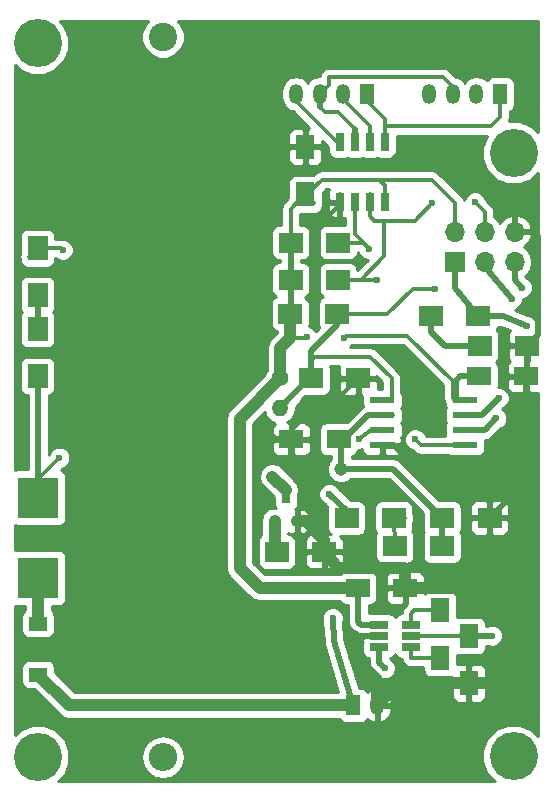
<source format=gtl>
G04 #@! TF.FileFunction,Copper,L1,Top,Signal*
%FSLAX46Y46*%
G04 Gerber Fmt 4.6, Leading zero omitted, Abs format (unit mm)*
G04 Created by KiCad (PCBNEW 4.0.7) date 12/03/17 16:36:58*
%MOMM*%
%LPD*%
G01*
G04 APERTURE LIST*
%ADD10C,0.100000*%
%ADD11C,4.064000*%
%ADD12R,1.200000X1.700000*%
%ADD13O,1.200000X1.700000*%
%ADD14R,1.700000X1.700000*%
%ADD15O,1.700000X1.700000*%
%ADD16R,1.700000X2.000000*%
%ADD17R,2.000000X1.700000*%
%ADD18R,0.800000X0.900000*%
%ADD19C,1.400000*%
%ADD20O,1.400000X1.400000*%
%ADD21C,2.400000*%
%ADD22O,2.400000X2.400000*%
%ADD23R,3.500000X3.500000*%
%ADD24C,1.143000*%
%ADD25R,1.600000X2.000000*%
%ADD26R,2.000000X1.600000*%
%ADD27R,1.520000X1.200000*%
%ADD28R,1.560000X0.650000*%
%ADD29R,0.700000X1.500000*%
%ADD30R,2.130000X0.600000*%
%ADD31C,0.600000*%
%ADD32C,1.000000*%
%ADD33C,0.500000*%
%ADD34C,0.350000*%
%ADD35C,2.000000*%
%ADD36C,1.500000*%
%ADD37C,0.254000*%
G04 APERTURE END LIST*
D10*
D11*
X174269400Y-123393200D03*
D12*
X173101000Y-67335400D03*
D13*
X171101000Y-67335400D03*
X169101000Y-67335400D03*
X167101000Y-67335400D03*
D12*
X161823400Y-67335400D03*
D13*
X159823400Y-67335400D03*
X157823400Y-67335400D03*
X155823400Y-67335400D03*
D14*
X169265600Y-81534000D03*
D15*
X169265600Y-78994000D03*
X171805600Y-81534000D03*
X171805600Y-78994000D03*
X174345600Y-81534000D03*
X174345600Y-78994000D03*
D11*
X174244000Y-72313800D03*
X133959600Y-123444000D03*
D16*
X133934200Y-80372200D03*
X133934200Y-84372200D03*
D17*
X155327600Y-85953600D03*
X159327600Y-85953600D03*
X157105600Y-91389200D03*
X161105600Y-91389200D03*
X160102800Y-103225600D03*
X164102800Y-103225600D03*
X164192200Y-105613200D03*
X168192200Y-105613200D03*
X168205400Y-103225600D03*
X172205400Y-103225600D03*
X155378400Y-79908400D03*
X159378400Y-79908400D03*
X154210000Y-106095800D03*
X158210000Y-106095800D03*
X159378400Y-83058000D03*
X155378400Y-83058000D03*
D18*
X154015400Y-103514400D03*
X155915400Y-103514400D03*
X154965400Y-101514400D03*
D17*
X171380400Y-88646000D03*
X175380400Y-88646000D03*
D19*
X154457400Y-91401900D03*
D20*
X154457400Y-93941900D03*
D16*
X133934200Y-87204800D03*
X133934200Y-91204800D03*
D17*
X167265600Y-86156800D03*
X171265600Y-86156800D03*
D21*
X144551400Y-62509400D03*
D22*
X144551400Y-123469400D03*
D23*
X133985000Y-101502000D03*
X133985000Y-108302000D03*
D24*
X159664400Y-99060000D03*
D25*
X170459400Y-113214400D03*
X170459400Y-117214400D03*
D26*
X161068000Y-109143800D03*
X165068000Y-109143800D03*
X159429200Y-96570800D03*
X155429200Y-96570800D03*
D25*
X156616400Y-75812400D03*
X156616400Y-71812400D03*
D26*
X171329600Y-91236800D03*
X175329600Y-91236800D03*
D25*
X168021000Y-111055400D03*
X168021000Y-115055400D03*
D27*
X133985000Y-112165400D03*
X133985000Y-116485400D03*
D12*
X160680400Y-119100600D03*
D13*
X162680400Y-119100600D03*
D28*
X162861000Y-112257800D03*
X162861000Y-113207800D03*
X162861000Y-114157800D03*
X165561000Y-114157800D03*
X165561000Y-112257800D03*
X165561000Y-113207800D03*
D29*
X163347400Y-76479400D03*
X162077400Y-76479400D03*
X160807400Y-76479400D03*
X159537400Y-76479400D03*
X159537400Y-71399400D03*
X160807400Y-71399400D03*
X162077400Y-71399400D03*
X163347400Y-71399400D03*
D30*
X163124000Y-93243400D03*
X163124000Y-94513400D03*
X163124000Y-95783400D03*
X163124000Y-97053400D03*
X170124000Y-97053400D03*
X170124000Y-95783400D03*
X170124000Y-94513400D03*
X170124000Y-93243400D03*
D11*
X133934200Y-63042800D03*
D31*
X158318200Y-77876400D03*
X154381200Y-72237600D03*
X153619200Y-96139000D03*
X156718000Y-87934800D03*
X159842200Y-87960200D03*
X171246800Y-91186000D03*
X158648400Y-101193600D03*
X158927800Y-111709200D03*
X136093200Y-80543400D03*
X153822400Y-99720400D03*
X135788400Y-98120200D03*
X172389800Y-113182400D03*
X163347400Y-115951000D03*
X175361600Y-86969600D03*
X172770800Y-94792800D03*
X161975800Y-80416400D03*
X174091600Y-84683600D03*
X172974000Y-93065600D03*
X170967400Y-76504800D03*
X167360600Y-76581000D03*
X162661600Y-83058000D03*
X165912800Y-96570800D03*
X167589200Y-83820000D03*
X174955200Y-83718400D03*
X161163000Y-96520000D03*
X154025600Y-104546400D03*
D32*
X155915400Y-103514400D02*
X156625800Y-103514400D01*
D33*
X158210000Y-105098600D02*
X158210000Y-106095800D01*
D32*
X156625800Y-103514400D02*
X158210000Y-105098600D01*
D33*
X170967400Y-109143800D02*
X170967400Y-107442000D01*
X172205400Y-106204000D02*
X172205400Y-103225600D01*
X170967400Y-107442000D02*
X172205400Y-106204000D01*
X175329600Y-91236800D02*
X175329600Y-100101400D01*
X175329600Y-100101400D02*
X172205400Y-103225600D01*
D34*
X163124000Y-97053400D02*
X164109400Y-97053400D01*
D33*
X164109400Y-97053400D02*
X168427400Y-101371400D01*
X168427400Y-101371400D02*
X171729400Y-101371400D01*
X171729400Y-101371400D02*
X172205400Y-101847400D01*
X172205400Y-101847400D02*
X172205400Y-103225600D01*
D34*
X155429200Y-96570800D02*
X155429200Y-95776800D01*
X155429200Y-95776800D02*
X156311600Y-94894400D01*
X159505400Y-92989400D02*
X161105600Y-91389200D01*
X156616400Y-92989400D02*
X159505400Y-92989400D01*
X156311600Y-93294200D02*
X156616400Y-92989400D01*
X156311600Y-94894400D02*
X156311600Y-93294200D01*
D32*
X170459400Y-117214400D02*
X164566600Y-117214400D01*
X164566600Y-117214400D02*
X162680400Y-119100600D01*
X165068000Y-109143800D02*
X165068000Y-107575600D01*
X159403800Y-107492800D02*
X158210000Y-106095800D01*
X164985200Y-107492800D02*
X159403800Y-107492800D01*
X165068000Y-107575600D02*
X164985200Y-107492800D01*
X165068000Y-109143800D02*
X170967400Y-109143800D01*
X170967400Y-109143800D02*
X173202600Y-109143800D01*
X173202600Y-109143800D02*
X173837600Y-109778800D01*
D33*
X162861000Y-113207800D02*
X160705800Y-113207800D01*
X160705800Y-113207800D02*
X160731200Y-113233200D01*
D32*
X160731200Y-113233200D02*
X160731200Y-115011200D01*
X160731200Y-115011200D02*
X162680400Y-116960400D01*
X162680400Y-116960400D02*
X162680400Y-119100600D01*
X173837600Y-110591600D02*
X173837600Y-109778800D01*
X172701200Y-117214400D02*
X170459400Y-117214400D01*
X173837600Y-116078000D02*
X172701200Y-117214400D01*
X173837600Y-110591600D02*
X173837600Y-116078000D01*
D33*
X170135800Y-116890800D02*
X170459400Y-117214400D01*
X155429200Y-96570800D02*
X155429200Y-98253800D01*
X155429200Y-98253800D02*
X157581600Y-100406200D01*
X157581600Y-100406200D02*
X157581600Y-103514400D01*
D34*
X158318200Y-77876400D02*
X159537400Y-76657200D01*
D33*
X159537400Y-76657200D02*
X159537400Y-76479400D01*
X155429200Y-96570800D02*
X154051000Y-96570800D01*
D34*
X154806400Y-71812400D02*
X156616400Y-71812400D01*
X154381200Y-72237600D02*
X154806400Y-71812400D01*
D33*
X154051000Y-96570800D02*
X153619200Y-96139000D01*
D34*
X156616400Y-71812400D02*
X156616400Y-71602600D01*
X156616400Y-71812400D02*
X156616400Y-71551800D01*
X172392600Y-103038400D02*
X172205400Y-103225600D01*
X156616400Y-71812400D02*
X156616400Y-71704200D01*
X159537400Y-75819000D02*
X159537400Y-76479400D01*
X174345600Y-78511400D02*
X174345600Y-78994000D01*
D33*
X155429200Y-96570800D02*
X155429200Y-97364800D01*
X172392600Y-103038400D02*
X172205400Y-103225600D01*
X174345600Y-78994000D02*
X175971200Y-78994000D01*
X175971200Y-78994000D02*
X176326800Y-79349600D01*
X176326800Y-79349600D02*
X176326800Y-87699600D01*
X176326800Y-87699600D02*
X175380400Y-88646000D01*
D34*
X174345600Y-78994000D02*
X174904400Y-78994000D01*
X176174400Y-87852000D02*
X175380400Y-88646000D01*
X175329600Y-91236800D02*
X175329600Y-88696800D01*
X175329600Y-88696800D02*
X175380400Y-88646000D01*
X175228000Y-88798400D02*
X175310800Y-88881200D01*
D33*
X175310800Y-88881200D02*
X175310800Y-88341200D01*
D34*
X156616400Y-71812400D02*
X156616400Y-71120000D01*
X155429200Y-96570800D02*
X155429200Y-97314000D01*
X156711400Y-71907400D02*
X156616400Y-71812400D01*
X155238200Y-96379800D02*
X155429200Y-96570800D01*
X175424600Y-91141800D02*
X175329600Y-91236800D01*
D32*
X155915400Y-103514400D02*
X157581600Y-103514400D01*
D34*
X175488600Y-91395800D02*
X175329600Y-91236800D01*
X172205400Y-103225600D02*
X172999400Y-103225600D01*
X170459400Y-117214400D02*
X170459400Y-118008400D01*
X156616400Y-75812400D02*
X156775400Y-75812400D01*
X156775400Y-75812400D02*
X158013400Y-74574400D01*
X158013400Y-74574400D02*
X162610800Y-74574400D01*
X155378400Y-79908400D02*
X155378400Y-77050400D01*
X155378400Y-77050400D02*
X156616400Y-75812400D01*
X162610800Y-74574400D02*
X167309800Y-74574400D01*
X169265600Y-76530200D02*
X169265600Y-78994000D01*
X167309800Y-74574400D02*
X169265600Y-76530200D01*
D32*
X161068000Y-109143800D02*
X152730200Y-109143800D01*
X151053800Y-94805500D02*
X154457400Y-91401900D01*
X151053800Y-107467400D02*
X151053800Y-94805500D01*
X152730200Y-109143800D02*
X151053800Y-107467400D01*
D33*
X162861000Y-112257800D02*
X161330600Y-112257800D01*
X161093400Y-112020600D02*
X161068000Y-109143800D01*
X161330600Y-112257800D02*
X161093400Y-112020600D01*
D34*
X163347400Y-75057000D02*
X163347400Y-76479400D01*
X162864800Y-74574400D02*
X163347400Y-75057000D01*
X162610800Y-74574400D02*
X162864800Y-74574400D01*
X157327600Y-76523600D02*
X156616400Y-75812400D01*
X165227000Y-87782400D02*
X160020000Y-87782400D01*
X156667200Y-87985600D02*
X155327600Y-87985600D01*
X156718000Y-87934800D02*
X156667200Y-87985600D01*
X160020000Y-87782400D02*
X159842200Y-87960200D01*
X165227000Y-87782400D02*
X169181800Y-91737200D01*
D33*
X169181800Y-91737200D02*
X169181800Y-93101200D01*
X169682200Y-91236800D02*
X169324000Y-91595000D01*
X171329600Y-91236800D02*
X169682200Y-91236800D01*
X169324000Y-91595000D02*
X169324000Y-93243400D01*
X169181800Y-93101200D02*
X169324000Y-93243400D01*
D32*
X154457400Y-91401900D02*
X154457400Y-88874600D01*
X154457400Y-88874600D02*
X155327600Y-88004400D01*
D33*
X155327600Y-88004400D02*
X155327600Y-87985600D01*
D32*
X155327600Y-87985600D02*
X155327600Y-85953600D01*
D34*
X155327600Y-85953600D02*
X155327600Y-85579200D01*
X155327600Y-85579200D02*
X155378400Y-86138000D01*
D33*
X155378400Y-86138000D02*
X155378400Y-83058000D01*
D34*
X155429200Y-79857600D02*
X155378400Y-79908400D01*
X155327600Y-85953600D02*
X155092400Y-85953600D01*
D33*
X156616400Y-75812400D02*
X156616400Y-75996800D01*
D34*
X156711400Y-75717400D02*
X156616400Y-75812400D01*
X156616400Y-75812400D02*
X156616400Y-76606400D01*
X156616400Y-76606400D02*
X156522400Y-76512400D01*
X154813000Y-83623400D02*
X155378400Y-83058000D01*
D33*
X155378400Y-83058000D02*
X155378400Y-79908400D01*
X155416000Y-83020400D02*
X155378400Y-83058000D01*
D34*
X155378400Y-83058000D02*
X155378400Y-82683600D01*
X171246800Y-91186000D02*
X171297600Y-91236800D01*
X171297600Y-91236800D02*
X171329600Y-91236800D01*
X155327600Y-83007200D02*
X155378400Y-83058000D01*
X171075600Y-90982800D02*
X171329600Y-91236800D01*
X154457400Y-91401900D02*
X154457400Y-91433900D01*
X155378400Y-79908400D02*
X155854400Y-79908400D01*
X155378400Y-79908400D02*
X155346400Y-79908400D01*
D32*
X133985000Y-112165400D02*
X133985000Y-108302000D01*
D34*
X133985000Y-111937800D02*
X133985000Y-112165400D01*
D33*
X133831600Y-108455400D02*
X133985000Y-108302000D01*
D34*
X134020600Y-108337600D02*
X133985000Y-108302000D01*
D33*
X133934200Y-87204800D02*
X133934200Y-84372200D01*
D34*
X133934200Y-84372200D02*
X134410200Y-84372200D01*
D33*
X167265600Y-86156800D02*
X167265600Y-87509600D01*
X168402000Y-88646000D02*
X171380400Y-88646000D01*
X167265600Y-87509600D02*
X168402000Y-88646000D01*
D34*
X167265600Y-85464400D02*
X167265600Y-86156800D01*
D33*
X160680400Y-119100600D02*
X159033618Y-113628218D01*
X158648400Y-101193600D02*
X160102800Y-102648000D01*
X159033618Y-113628218D02*
X158927800Y-111709200D01*
X160102800Y-102648000D02*
X160102800Y-103225600D01*
D32*
X160680400Y-119100600D02*
X136600200Y-119100600D01*
X136600200Y-119100600D02*
X133985000Y-116485400D01*
D34*
X160478200Y-119302800D02*
X160680400Y-119100600D01*
X160578800Y-103701600D02*
X160102800Y-103225600D01*
X135922000Y-80372200D02*
X133934200Y-80372200D01*
X136093200Y-80543400D02*
X135922000Y-80372200D01*
X154965400Y-101514400D02*
X154965400Y-100863400D01*
D32*
X154965400Y-100863400D02*
X153822400Y-99720400D01*
D34*
X154965400Y-101514400D02*
X154965400Y-101371400D01*
D33*
X154965400Y-101514400D02*
X154965400Y-101244400D01*
D34*
X133204200Y-81102200D02*
X133934200Y-80372200D01*
D35*
X144519400Y-62477400D02*
X144551400Y-62509400D01*
D33*
X159664400Y-99060000D02*
X164039800Y-99060000D01*
X164039800Y-99060000D02*
X168205400Y-103225600D01*
D34*
X168192200Y-104971600D02*
X168192200Y-105613200D01*
D33*
X159664400Y-99060000D02*
X159664400Y-96806000D01*
X159664400Y-96806000D02*
X161957000Y-94513400D01*
X161957000Y-94513400D02*
X163924000Y-94513400D01*
D34*
X159429200Y-96570800D02*
X159461200Y-96570800D01*
X159664400Y-99060000D02*
X159791400Y-99060000D01*
D33*
X168192200Y-105613200D02*
X168205400Y-103225600D01*
D34*
X168192200Y-105613200D02*
X167970200Y-105613200D01*
X163347400Y-71399400D02*
X163347400Y-70104000D01*
X173101000Y-69316600D02*
X173101000Y-67335400D01*
X172364400Y-70053200D02*
X173101000Y-69316600D01*
X163398200Y-70053200D02*
X172364400Y-70053200D01*
X163347400Y-70104000D02*
X163398200Y-70053200D01*
X163347400Y-71399400D02*
X163347400Y-69443600D01*
X163347400Y-69443600D02*
X161823400Y-67919600D01*
X161823400Y-67919600D02*
X161823400Y-67335400D01*
X163347400Y-71399400D02*
X163423600Y-71983600D01*
X163322000Y-70789800D02*
X163372800Y-70764400D01*
X162077400Y-71399400D02*
X162077400Y-70002400D01*
X162077400Y-70002400D02*
X159823400Y-67748400D01*
X159823400Y-67748400D02*
X159823400Y-67335400D01*
X159823400Y-67335400D02*
X159823400Y-67773800D01*
X162153600Y-71678800D02*
X162077400Y-71399400D01*
X157823400Y-67335400D02*
X157861000Y-67310000D01*
X157861000Y-67310000D02*
X158623000Y-66548000D01*
X158623000Y-66548000D02*
X158623000Y-65913000D01*
X158623000Y-65913000D02*
X168275000Y-65913000D01*
X168275000Y-65913000D02*
X169164000Y-66802000D01*
X169164000Y-66802000D02*
X169164000Y-67310000D01*
X169164000Y-67310000D02*
X169101000Y-67335400D01*
D33*
X160807400Y-71399400D02*
X160807400Y-70332600D01*
X157823400Y-68390000D02*
X157823400Y-67335400D01*
D34*
X158292800Y-68859400D02*
X157823400Y-68390000D01*
X159334200Y-68859400D02*
X158292800Y-68859400D01*
X160807400Y-70332600D02*
X159334200Y-68859400D01*
X160807400Y-71399400D02*
X160883600Y-71614800D01*
X160807400Y-71399400D02*
X160883600Y-71488800D01*
X155823400Y-67335400D02*
X155823400Y-67939400D01*
X155823400Y-67939400D02*
X159283400Y-71399400D01*
X159283400Y-71399400D02*
X159537400Y-71399400D01*
X167132000Y-67310000D02*
X167101000Y-67335400D01*
D33*
X159537400Y-71399400D02*
X159537400Y-71323200D01*
D34*
X155823400Y-67335400D02*
X155823400Y-66629800D01*
X159639000Y-71780400D02*
X159537400Y-70942200D01*
X159537400Y-70942200D02*
X159537400Y-71399400D01*
X164102800Y-103225600D02*
X164166800Y-105638600D01*
X164166800Y-105638600D02*
X164192200Y-105613200D01*
X164102800Y-103225600D02*
X165023800Y-103225600D01*
X135788400Y-98120200D02*
X133985000Y-99923600D01*
X133985000Y-99923600D02*
X133985000Y-101502000D01*
D33*
X172357800Y-113214400D02*
X170459400Y-113214400D01*
X172389800Y-113182400D02*
X172357800Y-113214400D01*
X162861000Y-115464600D02*
X162861000Y-114157800D01*
X163347400Y-115951000D02*
X162861000Y-115464600D01*
X133985000Y-101502000D02*
X133985000Y-91255600D01*
X133985000Y-91255600D02*
X133934200Y-91204800D01*
D32*
X133934200Y-91204800D02*
X133934200Y-91541600D01*
D34*
X170656000Y-113214400D02*
X170459400Y-113214400D01*
X165561000Y-113207800D02*
X170452800Y-113207800D01*
D33*
X170452800Y-113207800D02*
X170459400Y-113214400D01*
D36*
X170351200Y-113106200D02*
X170459400Y-113214400D01*
D34*
X170466400Y-113207400D02*
X170459400Y-113214400D01*
D33*
X170466400Y-113207400D02*
X170459400Y-113214400D01*
X144881600Y-123139200D02*
X144551400Y-123469400D01*
D34*
X144881600Y-123139200D02*
X144551400Y-123469400D01*
D33*
X132588000Y-100105000D02*
X133985000Y-101502000D01*
X133985000Y-101346000D02*
X133985000Y-101502000D01*
X133934200Y-91204800D02*
X133934200Y-91236800D01*
D34*
X165561000Y-112257800D02*
X165561000Y-111324400D01*
X165830000Y-111055400D02*
X168021000Y-111055400D01*
X165561000Y-111324400D02*
X165830000Y-111055400D01*
X165561000Y-114157800D02*
X165561000Y-115040400D01*
X165576000Y-115055400D02*
X168021000Y-115055400D01*
X165561000Y-115040400D02*
X165576000Y-115055400D01*
D33*
X169265600Y-81534000D02*
X169265600Y-83769200D01*
X169265600Y-83769200D02*
X171246800Y-86156800D01*
D34*
X171246800Y-86156800D02*
X171265600Y-86156800D01*
D33*
X169324000Y-95783400D02*
X171780200Y-95783400D01*
X173329600Y-86156800D02*
X171265600Y-86156800D01*
X175361600Y-86969600D02*
X173329600Y-86156800D01*
X171780200Y-95783400D02*
X172770800Y-94792800D01*
X171519600Y-85902800D02*
X171265600Y-86156800D01*
D34*
X161975800Y-80416400D02*
X161975800Y-80391000D01*
X160807400Y-79222600D02*
X160807400Y-76479400D01*
X161975800Y-80391000D02*
X160807400Y-79222600D01*
X161467800Y-79908400D02*
X159378400Y-79908400D01*
X161975800Y-80416400D02*
X161467800Y-79908400D01*
X160782000Y-75869800D02*
X160782000Y-77139800D01*
D33*
X169324000Y-94513400D02*
X171526200Y-94513400D01*
X174091600Y-84683600D02*
X171805600Y-81940400D01*
X171526200Y-94513400D02*
X172974000Y-93065600D01*
D34*
X171805600Y-81940400D02*
X171805600Y-81534000D01*
X171805600Y-81635600D02*
X171805600Y-81534000D01*
X159378400Y-79908400D02*
X159461200Y-79908400D01*
X159378400Y-79908400D02*
X159378400Y-80028800D01*
X159378400Y-79908400D02*
X159378400Y-80448400D01*
X159505400Y-80035400D02*
X159378400Y-79908400D01*
X159378400Y-79908400D02*
X159378400Y-80194400D01*
X163296600Y-78079600D02*
X165862000Y-78079600D01*
X171805600Y-77343000D02*
X171805600Y-78994000D01*
X170967400Y-76504800D02*
X171805600Y-77343000D01*
X165862000Y-78079600D02*
X167360600Y-76581000D01*
X159378400Y-83058000D02*
X161315400Y-83058000D01*
X163296600Y-81076800D02*
X163296600Y-78079600D01*
X161315400Y-83058000D02*
X163296600Y-81076800D01*
X162077400Y-76479400D02*
X162077400Y-77698600D01*
X162077400Y-77698600D02*
X162458400Y-78079600D01*
X162458400Y-78079600D02*
X163296600Y-78079600D01*
X162077400Y-76479400D02*
X162077400Y-75768200D01*
X169324000Y-97053400D02*
X166395400Y-97053400D01*
X166395400Y-97053400D02*
X165912800Y-96570800D01*
X162052000Y-77139800D02*
X162052000Y-76174600D01*
X159378400Y-83058000D02*
X162661600Y-83058000D01*
X159378400Y-83534000D02*
X159378400Y-83058000D01*
X160070800Y-83058000D02*
X159378400Y-83058000D01*
X159327600Y-85953600D02*
X163550600Y-85953600D01*
X165684200Y-83820000D02*
X167589200Y-83820000D01*
X163550600Y-85953600D02*
X165684200Y-83820000D01*
X157105600Y-91389200D02*
X157105600Y-89909400D01*
X163924000Y-91407000D02*
X163924000Y-93243400D01*
X162077400Y-89560400D02*
X163924000Y-91407000D01*
X157454600Y-89560400D02*
X162077400Y-89560400D01*
X157105600Y-89909400D02*
X157454600Y-89560400D01*
D33*
X174345600Y-83108800D02*
X174345600Y-81534000D01*
X174955200Y-83718400D02*
X174345600Y-83108800D01*
X157105600Y-91389200D02*
X157105600Y-89071200D01*
D34*
X159327600Y-86849200D02*
X159327600Y-85953600D01*
D33*
X157105600Y-89071200D02*
X159327600Y-86849200D01*
D34*
X163924000Y-93243400D02*
X163924000Y-93235800D01*
X157105600Y-91389200D02*
X157105600Y-90976200D01*
D33*
X154457400Y-93941900D02*
X157010100Y-91293700D01*
D34*
X157010100Y-91293700D02*
X157105600Y-91389200D01*
X157105600Y-91389200D02*
X156946600Y-91389200D01*
D33*
X156851600Y-91643200D02*
X157105600Y-91389200D01*
D32*
X154015400Y-103514400D02*
X154015400Y-105901200D01*
D33*
X154015400Y-105901200D02*
X154210000Y-106095800D01*
D34*
X154127200Y-104597200D02*
X154015400Y-104597200D01*
D33*
X154015400Y-103514400D02*
X154015400Y-104597200D01*
D34*
X162179000Y-95783400D02*
X161163000Y-96520000D01*
X154025600Y-104546400D02*
X154015400Y-104556600D01*
X154015400Y-104556600D02*
X154086600Y-104556600D01*
X154086600Y-104556600D02*
X154127200Y-104597200D01*
X153965400Y-103464400D02*
X153761400Y-103464400D01*
D37*
G36*
X176285040Y-70583401D02*
X175756707Y-70054145D01*
X174776827Y-69647264D01*
X173836066Y-69646443D01*
X173849343Y-69626573D01*
X173911000Y-69316600D01*
X173911000Y-68793326D01*
X173936317Y-68788562D01*
X174152441Y-68649490D01*
X174297431Y-68437290D01*
X174348440Y-68185400D01*
X174348440Y-66485400D01*
X174304162Y-66250083D01*
X174165090Y-66033959D01*
X173952890Y-65888969D01*
X173701000Y-65837960D01*
X172501000Y-65837960D01*
X172265683Y-65882238D01*
X172049559Y-66021310D01*
X171950099Y-66166875D01*
X171573614Y-65915316D01*
X171101000Y-65821307D01*
X170628386Y-65915316D01*
X170227723Y-66183030D01*
X170101000Y-66372685D01*
X169974277Y-66183030D01*
X169573614Y-65915316D01*
X169385388Y-65877875D01*
X168847756Y-65340244D01*
X168791201Y-65302455D01*
X168584974Y-65164658D01*
X168275000Y-65103000D01*
X158623000Y-65103000D01*
X158313026Y-65164658D01*
X158050244Y-65340244D01*
X157874658Y-65603026D01*
X157830941Y-65822807D01*
X157823400Y-65821307D01*
X157350786Y-65915316D01*
X156950123Y-66183030D01*
X156823400Y-66372685D01*
X156696677Y-66183030D01*
X156296014Y-65915316D01*
X156136585Y-65883604D01*
X156133374Y-65881458D01*
X155823400Y-65819800D01*
X155513426Y-65881458D01*
X155510215Y-65883604D01*
X155350786Y-65915316D01*
X154950123Y-66183030D01*
X154682409Y-66583693D01*
X154588400Y-67056307D01*
X154588400Y-67614493D01*
X154682409Y-68087107D01*
X154950123Y-68487770D01*
X155350786Y-68755484D01*
X155529526Y-68791038D01*
X156915888Y-70177400D01*
X156902150Y-70177400D01*
X156743400Y-70336150D01*
X156743400Y-71685400D01*
X157892650Y-71685400D01*
X158051400Y-71526650D01*
X158051400Y-71312913D01*
X158539960Y-71801473D01*
X158539960Y-72149400D01*
X158584238Y-72384717D01*
X158723310Y-72600841D01*
X158935510Y-72745831D01*
X159187400Y-72796840D01*
X159887400Y-72796840D01*
X160122717Y-72752562D01*
X160170428Y-72721861D01*
X160205510Y-72745831D01*
X160457400Y-72796840D01*
X161157400Y-72796840D01*
X161392717Y-72752562D01*
X161440428Y-72721861D01*
X161475510Y-72745831D01*
X161727400Y-72796840D01*
X162427400Y-72796840D01*
X162662717Y-72752562D01*
X162710428Y-72721861D01*
X162745510Y-72745831D01*
X162997400Y-72796840D01*
X163697400Y-72796840D01*
X163932717Y-72752562D01*
X164148841Y-72613490D01*
X164293831Y-72401290D01*
X164344840Y-72149400D01*
X164344840Y-70863200D01*
X171958556Y-70863200D01*
X171577464Y-71780973D01*
X171576538Y-72841972D01*
X171981709Y-73822561D01*
X172731293Y-74573455D01*
X173711173Y-74980336D01*
X174772172Y-74981262D01*
X175752761Y-74576091D01*
X176287709Y-74042076D01*
X176297836Y-87161000D01*
X176294527Y-87161000D01*
X176296438Y-87156399D01*
X176296762Y-86784433D01*
X176154717Y-86440657D01*
X175891927Y-86177408D01*
X175548399Y-86034762D01*
X175407133Y-86034639D01*
X174321369Y-85600333D01*
X174620543Y-85476717D01*
X174883792Y-85213927D01*
X175026438Y-84870399D01*
X175026627Y-84653463D01*
X175140367Y-84653562D01*
X175484143Y-84511517D01*
X175747392Y-84248727D01*
X175890038Y-83905199D01*
X175890362Y-83533233D01*
X175748317Y-83189457D01*
X175485527Y-82926208D01*
X175364213Y-82875834D01*
X175230600Y-82742220D01*
X175230600Y-82723432D01*
X175395654Y-82613147D01*
X175717561Y-82131378D01*
X175830600Y-81563093D01*
X175830600Y-81504907D01*
X175717561Y-80936622D01*
X175395654Y-80454853D01*
X175112499Y-80265655D01*
X175112524Y-80265645D01*
X175540783Y-79875358D01*
X175787086Y-79350892D01*
X175666419Y-79121000D01*
X174472600Y-79121000D01*
X174472600Y-79141000D01*
X174218600Y-79141000D01*
X174218600Y-79121000D01*
X174198600Y-79121000D01*
X174198600Y-78867000D01*
X174218600Y-78867000D01*
X174218600Y-77673845D01*
X174472600Y-77673845D01*
X174472600Y-78867000D01*
X175666419Y-78867000D01*
X175787086Y-78637108D01*
X175540783Y-78112642D01*
X175112524Y-77722355D01*
X174702490Y-77552524D01*
X174472600Y-77673845D01*
X174218600Y-77673845D01*
X173988710Y-77552524D01*
X173578676Y-77722355D01*
X173150417Y-78112642D01*
X173083302Y-78255553D01*
X172855654Y-77914853D01*
X172615600Y-77754454D01*
X172615600Y-77343000D01*
X172569242Y-77109943D01*
X172553943Y-77033027D01*
X172378357Y-76770244D01*
X171884830Y-76276717D01*
X171760517Y-75975857D01*
X171497727Y-75712608D01*
X171154199Y-75569962D01*
X170782233Y-75569638D01*
X170438457Y-75711683D01*
X170175208Y-75974473D01*
X170033123Y-76316651D01*
X170013943Y-76220227D01*
X169838357Y-75957444D01*
X167882556Y-74001644D01*
X167619774Y-73826058D01*
X167309800Y-73764400D01*
X158013400Y-73764400D01*
X157703426Y-73826058D01*
X157572035Y-73913851D01*
X157440643Y-74001644D01*
X157277327Y-74164960D01*
X155816400Y-74164960D01*
X155581083Y-74209238D01*
X155364959Y-74348310D01*
X155219969Y-74560510D01*
X155168960Y-74812400D01*
X155168960Y-76114328D01*
X154805644Y-76477644D01*
X154630058Y-76740426D01*
X154568400Y-77050400D01*
X154568400Y-78410960D01*
X154378400Y-78410960D01*
X154143083Y-78455238D01*
X153926959Y-78594310D01*
X153781969Y-78806510D01*
X153730960Y-79058400D01*
X153730960Y-80758400D01*
X153775238Y-80993717D01*
X153914310Y-81209841D01*
X154126510Y-81354831D01*
X154378400Y-81405840D01*
X154493400Y-81405840D01*
X154493400Y-81560560D01*
X154378400Y-81560560D01*
X154143083Y-81604838D01*
X153926959Y-81743910D01*
X153781969Y-81956110D01*
X153730960Y-82208000D01*
X153730960Y-83908000D01*
X153775238Y-84143317D01*
X153914310Y-84359441D01*
X154114537Y-84496251D01*
X154092283Y-84500438D01*
X153876159Y-84639510D01*
X153731169Y-84851710D01*
X153680160Y-85103600D01*
X153680160Y-86803600D01*
X153724438Y-87038917D01*
X153863510Y-87255041D01*
X154075710Y-87400031D01*
X154192600Y-87423702D01*
X154192600Y-87534268D01*
X153654834Y-88072034D01*
X153408797Y-88440254D01*
X153322400Y-88874600D01*
X153322400Y-90654093D01*
X153125225Y-91128943D01*
X150251234Y-94002934D01*
X150005197Y-94371154D01*
X149918800Y-94805500D01*
X149918800Y-107467400D01*
X150005197Y-107901746D01*
X150148842Y-108116726D01*
X150251234Y-108269966D01*
X151927634Y-109946366D01*
X152295855Y-110192404D01*
X152730200Y-110278800D01*
X159528982Y-110278800D01*
X159603910Y-110395241D01*
X159816110Y-110540231D01*
X160068000Y-110591240D01*
X160195745Y-110591240D01*
X160208434Y-112028413D01*
X160242825Y-112193668D01*
X160275767Y-112359274D01*
X160277978Y-112362583D01*
X160278789Y-112366480D01*
X160373839Y-112506051D01*
X160467610Y-112646390D01*
X160704808Y-112883587D01*
X160704810Y-112883590D01*
X160949207Y-113046890D01*
X160991925Y-113075433D01*
X161330600Y-113142800D01*
X161775791Y-113142800D01*
X161829110Y-113179231D01*
X161966120Y-113206976D01*
X161845683Y-113229638D01*
X161682257Y-113334800D01*
X161604750Y-113334800D01*
X161446000Y-113493550D01*
X161446000Y-113659110D01*
X161461268Y-113695971D01*
X161433560Y-113832800D01*
X161433560Y-114482800D01*
X161477838Y-114718117D01*
X161616910Y-114934241D01*
X161829110Y-115079231D01*
X161976000Y-115108977D01*
X161976000Y-115464595D01*
X161975999Y-115464600D01*
X162030413Y-115738150D01*
X162043367Y-115803275D01*
X162098241Y-115885400D01*
X162235210Y-116090390D01*
X162504655Y-116359835D01*
X162554283Y-116479943D01*
X162817073Y-116743192D01*
X163160601Y-116885838D01*
X163532567Y-116886162D01*
X163876343Y-116744117D01*
X164139592Y-116481327D01*
X164282238Y-116137799D01*
X164282562Y-115765833D01*
X164140517Y-115422057D01*
X163877727Y-115158808D01*
X163756562Y-115108496D01*
X163876317Y-115085962D01*
X164092441Y-114946890D01*
X164212233Y-114771568D01*
X164316910Y-114934241D01*
X164529110Y-115079231D01*
X164768361Y-115127681D01*
X164812658Y-115350374D01*
X164888982Y-115464600D01*
X164988244Y-115613156D01*
X165003243Y-115628156D01*
X165085075Y-115682834D01*
X165266026Y-115803742D01*
X165576000Y-115865400D01*
X166573560Y-115865400D01*
X166573560Y-116055400D01*
X166617838Y-116290717D01*
X166756910Y-116506841D01*
X166969110Y-116651831D01*
X167221000Y-116702840D01*
X168821000Y-116702840D01*
X169024400Y-116664568D01*
X169024400Y-116928650D01*
X169183150Y-117087400D01*
X170332400Y-117087400D01*
X170332400Y-115738150D01*
X170586400Y-115738150D01*
X170586400Y-117087400D01*
X171735650Y-117087400D01*
X171894400Y-116928650D01*
X171894400Y-116088091D01*
X171797727Y-115854702D01*
X171619099Y-115676073D01*
X171385710Y-115579400D01*
X170745150Y-115579400D01*
X170586400Y-115738150D01*
X170332400Y-115738150D01*
X170173650Y-115579400D01*
X169533090Y-115579400D01*
X169468440Y-115606179D01*
X169468440Y-114823170D01*
X169659400Y-114861840D01*
X171259400Y-114861840D01*
X171494717Y-114817562D01*
X171710841Y-114678490D01*
X171855831Y-114466290D01*
X171906840Y-114214400D01*
X171906840Y-114099400D01*
X172160043Y-114099400D01*
X172203001Y-114117238D01*
X172574967Y-114117562D01*
X172918743Y-113975517D01*
X173181992Y-113712727D01*
X173324638Y-113369199D01*
X173324962Y-112997233D01*
X173182917Y-112653457D01*
X172920127Y-112390208D01*
X172576599Y-112247562D01*
X172204633Y-112247238D01*
X172005785Y-112329400D01*
X171906840Y-112329400D01*
X171906840Y-112214400D01*
X171862562Y-111979083D01*
X171723490Y-111762959D01*
X171511290Y-111617969D01*
X171259400Y-111566960D01*
X169659400Y-111566960D01*
X169468440Y-111602892D01*
X169468440Y-110055400D01*
X169424162Y-109820083D01*
X169285090Y-109603959D01*
X169072890Y-109458969D01*
X168821000Y-109407960D01*
X167221000Y-109407960D01*
X166985683Y-109452238D01*
X166769559Y-109591310D01*
X166703000Y-109688722D01*
X166703000Y-109429550D01*
X166544250Y-109270800D01*
X165195000Y-109270800D01*
X165195000Y-110420050D01*
X165257453Y-110482503D01*
X165257243Y-110482644D01*
X164988244Y-110751644D01*
X164812658Y-111014426D01*
X164757901Y-111289706D01*
X164545683Y-111329638D01*
X164329559Y-111468710D01*
X164209767Y-111644032D01*
X164105090Y-111481359D01*
X163892890Y-111336369D01*
X163641000Y-111285360D01*
X162081000Y-111285360D01*
X161972124Y-111305846D01*
X161965815Y-110591240D01*
X162068000Y-110591240D01*
X162303317Y-110546962D01*
X162519441Y-110407890D01*
X162664431Y-110195690D01*
X162715440Y-109943800D01*
X162715440Y-109429550D01*
X163433000Y-109429550D01*
X163433000Y-110070110D01*
X163529673Y-110303499D01*
X163708302Y-110482127D01*
X163941691Y-110578800D01*
X164782250Y-110578800D01*
X164941000Y-110420050D01*
X164941000Y-109270800D01*
X163591750Y-109270800D01*
X163433000Y-109429550D01*
X162715440Y-109429550D01*
X162715440Y-108343800D01*
X162691674Y-108217490D01*
X163433000Y-108217490D01*
X163433000Y-108858050D01*
X163591750Y-109016800D01*
X164941000Y-109016800D01*
X164941000Y-107867550D01*
X165195000Y-107867550D01*
X165195000Y-109016800D01*
X166544250Y-109016800D01*
X166703000Y-108858050D01*
X166703000Y-108217490D01*
X166606327Y-107984101D01*
X166427698Y-107805473D01*
X166194309Y-107708800D01*
X165353750Y-107708800D01*
X165195000Y-107867550D01*
X164941000Y-107867550D01*
X164782250Y-107708800D01*
X163941691Y-107708800D01*
X163708302Y-107805473D01*
X163529673Y-107984101D01*
X163433000Y-108217490D01*
X162691674Y-108217490D01*
X162671162Y-108108483D01*
X162532090Y-107892359D01*
X162319890Y-107747369D01*
X162068000Y-107696360D01*
X160068000Y-107696360D01*
X159832683Y-107740638D01*
X159616559Y-107879710D01*
X159528356Y-108008800D01*
X153200332Y-108008800D01*
X152188800Y-106997268D01*
X152188800Y-105245800D01*
X152562560Y-105245800D01*
X152562560Y-106945800D01*
X152606838Y-107181117D01*
X152745910Y-107397241D01*
X152958110Y-107542231D01*
X153210000Y-107593240D01*
X155210000Y-107593240D01*
X155445317Y-107548962D01*
X155661441Y-107409890D01*
X155806431Y-107197690D01*
X155857440Y-106945800D01*
X155857440Y-106381550D01*
X156575000Y-106381550D01*
X156575000Y-107072110D01*
X156671673Y-107305499D01*
X156850302Y-107484127D01*
X157083691Y-107580800D01*
X157924250Y-107580800D01*
X158083000Y-107422050D01*
X158083000Y-106222800D01*
X158337000Y-106222800D01*
X158337000Y-107422050D01*
X158495750Y-107580800D01*
X159336309Y-107580800D01*
X159569698Y-107484127D01*
X159748327Y-107305499D01*
X159845000Y-107072110D01*
X159845000Y-106381550D01*
X159686250Y-106222800D01*
X158337000Y-106222800D01*
X158083000Y-106222800D01*
X156733750Y-106222800D01*
X156575000Y-106381550D01*
X155857440Y-106381550D01*
X155857440Y-105245800D01*
X155833674Y-105119490D01*
X156575000Y-105119490D01*
X156575000Y-105810050D01*
X156733750Y-105968800D01*
X158083000Y-105968800D01*
X158083000Y-104769550D01*
X157924250Y-104610800D01*
X157083691Y-104610800D01*
X156850302Y-104707473D01*
X156671673Y-104886101D01*
X156575000Y-105119490D01*
X155833674Y-105119490D01*
X155813162Y-105010483D01*
X155674090Y-104794359D01*
X155461890Y-104649369D01*
X155210000Y-104598360D01*
X155150400Y-104598360D01*
X155150400Y-104497426D01*
X155155701Y-104502727D01*
X155389090Y-104599400D01*
X155629650Y-104599400D01*
X155788400Y-104440650D01*
X155788400Y-103641400D01*
X156042400Y-103641400D01*
X156042400Y-104440650D01*
X156201150Y-104599400D01*
X156441710Y-104599400D01*
X156675099Y-104502727D01*
X156853727Y-104324098D01*
X156950400Y-104090709D01*
X156950400Y-103800150D01*
X156791650Y-103641400D01*
X156042400Y-103641400D01*
X155788400Y-103641400D01*
X155768400Y-103641400D01*
X155768400Y-103387400D01*
X155788400Y-103387400D01*
X155788400Y-102588150D01*
X156042400Y-102588150D01*
X156042400Y-103387400D01*
X156791650Y-103387400D01*
X156950400Y-103228650D01*
X156950400Y-102938091D01*
X156853727Y-102704702D01*
X156675099Y-102526073D01*
X156441710Y-102429400D01*
X156201150Y-102429400D01*
X156042400Y-102588150D01*
X155788400Y-102588150D01*
X155702388Y-102502138D01*
X155816841Y-102428490D01*
X155961831Y-102216290D01*
X156012840Y-101964400D01*
X156012840Y-101378767D01*
X157713238Y-101378767D01*
X157855283Y-101722543D01*
X158118073Y-101985792D01*
X158239386Y-102036166D01*
X158476151Y-102272931D01*
X158455360Y-102375600D01*
X158455360Y-104075600D01*
X158499638Y-104310917D01*
X158638710Y-104527041D01*
X158761295Y-104610800D01*
X158495750Y-104610800D01*
X158337000Y-104769550D01*
X158337000Y-105968800D01*
X159686250Y-105968800D01*
X159845000Y-105810050D01*
X159845000Y-105119490D01*
X159748327Y-104886101D01*
X159585265Y-104723040D01*
X161102800Y-104723040D01*
X161338117Y-104678762D01*
X161554241Y-104539690D01*
X161699231Y-104327490D01*
X161750240Y-104075600D01*
X161750240Y-102375600D01*
X162455360Y-102375600D01*
X162455360Y-104075600D01*
X162499638Y-104310917D01*
X162612670Y-104486574D01*
X162595769Y-104511310D01*
X162544760Y-104763200D01*
X162544760Y-106463200D01*
X162589038Y-106698517D01*
X162728110Y-106914641D01*
X162940310Y-107059631D01*
X163192200Y-107110640D01*
X165192200Y-107110640D01*
X165427517Y-107066362D01*
X165643641Y-106927290D01*
X165788631Y-106715090D01*
X165839640Y-106463200D01*
X165839640Y-104763200D01*
X165795362Y-104527883D01*
X165682330Y-104352226D01*
X165699231Y-104327490D01*
X165750240Y-104075600D01*
X165750240Y-103568353D01*
X165772142Y-103535574D01*
X165833800Y-103225600D01*
X165772142Y-102915626D01*
X165750240Y-102882847D01*
X165750240Y-102375600D01*
X165705962Y-102140283D01*
X165566890Y-101924159D01*
X165354690Y-101779169D01*
X165102800Y-101728160D01*
X163102800Y-101728160D01*
X162867483Y-101772438D01*
X162651359Y-101911510D01*
X162506369Y-102123710D01*
X162455360Y-102375600D01*
X161750240Y-102375600D01*
X161705962Y-102140283D01*
X161566890Y-101924159D01*
X161354690Y-101779169D01*
X161102800Y-101728160D01*
X160434539Y-101728160D01*
X159491144Y-100784764D01*
X159441517Y-100664657D01*
X159178727Y-100401408D01*
X158835199Y-100258762D01*
X158463233Y-100258438D01*
X158119457Y-100400483D01*
X157856208Y-100663273D01*
X157713562Y-101006801D01*
X157713238Y-101378767D01*
X156012840Y-101378767D01*
X156012840Y-101299486D01*
X156014003Y-101297745D01*
X156100400Y-100863400D01*
X156014003Y-100429055D01*
X155767966Y-100060834D01*
X154624966Y-98917834D01*
X154256745Y-98671797D01*
X153822400Y-98585400D01*
X153388055Y-98671797D01*
X153019834Y-98917834D01*
X152773797Y-99286055D01*
X152687400Y-99720400D01*
X152773797Y-100154745D01*
X153019834Y-100522966D01*
X153917960Y-101421092D01*
X153917960Y-101964400D01*
X153962238Y-102199717D01*
X154087029Y-102393648D01*
X154015400Y-102379400D01*
X153826574Y-102416960D01*
X153615400Y-102416960D01*
X153380083Y-102461238D01*
X153163959Y-102600310D01*
X153018969Y-102812510D01*
X152967960Y-103064400D01*
X152967960Y-103078313D01*
X152966797Y-103080054D01*
X152880400Y-103514400D01*
X152880400Y-104703307D01*
X152758559Y-104781710D01*
X152613569Y-104993910D01*
X152562560Y-105245800D01*
X152188800Y-105245800D01*
X152188800Y-96856550D01*
X153794200Y-96856550D01*
X153794200Y-97497110D01*
X153890873Y-97730499D01*
X154069502Y-97909127D01*
X154302891Y-98005800D01*
X155143450Y-98005800D01*
X155302200Y-97847050D01*
X155302200Y-96697800D01*
X155556200Y-96697800D01*
X155556200Y-97847050D01*
X155714950Y-98005800D01*
X156555509Y-98005800D01*
X156788898Y-97909127D01*
X156967527Y-97730499D01*
X157064200Y-97497110D01*
X157064200Y-96856550D01*
X156905450Y-96697800D01*
X155556200Y-96697800D01*
X155302200Y-96697800D01*
X153952950Y-96697800D01*
X153794200Y-96856550D01*
X152188800Y-96856550D01*
X152188800Y-95275632D01*
X153184447Y-94279985D01*
X153224021Y-94478936D01*
X153513412Y-94912042D01*
X153946518Y-95201433D01*
X154080229Y-95228030D01*
X154069502Y-95232473D01*
X153890873Y-95411101D01*
X153794200Y-95644490D01*
X153794200Y-96285050D01*
X153952950Y-96443800D01*
X155302200Y-96443800D01*
X155302200Y-95294550D01*
X155556200Y-95294550D01*
X155556200Y-96443800D01*
X156905450Y-96443800D01*
X157064200Y-96285050D01*
X157064200Y-95644490D01*
X156967527Y-95411101D01*
X156788898Y-95232473D01*
X156555509Y-95135800D01*
X155714950Y-95135800D01*
X155556200Y-95294550D01*
X155302200Y-95294550D01*
X155143450Y-95135800D01*
X155066509Y-95135800D01*
X155401388Y-94912042D01*
X155690779Y-94478936D01*
X155792400Y-93968054D01*
X155792400Y-93915746D01*
X155778618Y-93846459D01*
X156703824Y-92886640D01*
X158105600Y-92886640D01*
X158340917Y-92842362D01*
X158557041Y-92703290D01*
X158702031Y-92491090D01*
X158753040Y-92239200D01*
X158753040Y-91674950D01*
X159470600Y-91674950D01*
X159470600Y-92365510D01*
X159567273Y-92598899D01*
X159745902Y-92777527D01*
X159979291Y-92874200D01*
X160819850Y-92874200D01*
X160978600Y-92715450D01*
X160978600Y-91516200D01*
X159629350Y-91516200D01*
X159470600Y-91674950D01*
X158753040Y-91674950D01*
X158753040Y-90539200D01*
X158721278Y-90370400D01*
X159488200Y-90370400D01*
X159470600Y-90412890D01*
X159470600Y-91103450D01*
X159629350Y-91262200D01*
X160978600Y-91262200D01*
X160978600Y-91242200D01*
X161232600Y-91242200D01*
X161232600Y-91262200D01*
X162581850Y-91262200D01*
X162607769Y-91236281D01*
X163114000Y-91742513D01*
X163114000Y-92295960D01*
X162740600Y-92295960D01*
X162740600Y-91674950D01*
X162581850Y-91516200D01*
X161232600Y-91516200D01*
X161232600Y-92715450D01*
X161391350Y-92874200D01*
X161425573Y-92874200D01*
X161411560Y-92943400D01*
X161411560Y-93543400D01*
X161455838Y-93778717D01*
X161467367Y-93796633D01*
X161331210Y-93887610D01*
X161331208Y-93887613D01*
X160095460Y-95123360D01*
X158429200Y-95123360D01*
X158193883Y-95167638D01*
X157977759Y-95306710D01*
X157832769Y-95518910D01*
X157781760Y-95770800D01*
X157781760Y-97370800D01*
X157826038Y-97606117D01*
X157965110Y-97822241D01*
X158177310Y-97967231D01*
X158429200Y-98018240D01*
X158779400Y-98018240D01*
X158779400Y-98238694D01*
X158642175Y-98375680D01*
X158458110Y-98818959D01*
X158457691Y-99298935D01*
X158640982Y-99742535D01*
X158980080Y-100082225D01*
X159423359Y-100266290D01*
X159903335Y-100266709D01*
X160346935Y-100083418D01*
X160485595Y-99945000D01*
X163673220Y-99945000D01*
X166557960Y-102829739D01*
X166557960Y-104075600D01*
X166602238Y-104310917D01*
X166665509Y-104409242D01*
X166595769Y-104511310D01*
X166544760Y-104763200D01*
X166544760Y-106463200D01*
X166589038Y-106698517D01*
X166728110Y-106914641D01*
X166940310Y-107059631D01*
X167192200Y-107110640D01*
X169192200Y-107110640D01*
X169427517Y-107066362D01*
X169643641Y-106927290D01*
X169788631Y-106715090D01*
X169839640Y-106463200D01*
X169839640Y-104763200D01*
X169795362Y-104527883D01*
X169732091Y-104429558D01*
X169801831Y-104327490D01*
X169852840Y-104075600D01*
X169852840Y-103511350D01*
X170570400Y-103511350D01*
X170570400Y-104201910D01*
X170667073Y-104435299D01*
X170845702Y-104613927D01*
X171079091Y-104710600D01*
X171919650Y-104710600D01*
X172078400Y-104551850D01*
X172078400Y-103352600D01*
X172332400Y-103352600D01*
X172332400Y-104551850D01*
X172491150Y-104710600D01*
X173331709Y-104710600D01*
X173565098Y-104613927D01*
X173743727Y-104435299D01*
X173840400Y-104201910D01*
X173840400Y-103511350D01*
X173681650Y-103352600D01*
X172332400Y-103352600D01*
X172078400Y-103352600D01*
X170729150Y-103352600D01*
X170570400Y-103511350D01*
X169852840Y-103511350D01*
X169852840Y-102375600D01*
X169829074Y-102249290D01*
X170570400Y-102249290D01*
X170570400Y-102939850D01*
X170729150Y-103098600D01*
X172078400Y-103098600D01*
X172078400Y-101899350D01*
X172332400Y-101899350D01*
X172332400Y-103098600D01*
X173681650Y-103098600D01*
X173840400Y-102939850D01*
X173840400Y-102249290D01*
X173743727Y-102015901D01*
X173565098Y-101837273D01*
X173331709Y-101740600D01*
X172491150Y-101740600D01*
X172332400Y-101899350D01*
X172078400Y-101899350D01*
X171919650Y-101740600D01*
X171079091Y-101740600D01*
X170845702Y-101837273D01*
X170667073Y-102015901D01*
X170570400Y-102249290D01*
X169829074Y-102249290D01*
X169808562Y-102140283D01*
X169669490Y-101924159D01*
X169457290Y-101779169D01*
X169205400Y-101728160D01*
X167959539Y-101728160D01*
X164665590Y-98434210D01*
X164659548Y-98430173D01*
X164378475Y-98242367D01*
X164322284Y-98231190D01*
X164039800Y-98174999D01*
X164039795Y-98175000D01*
X160549400Y-98175000D01*
X160549400Y-97995623D01*
X160664517Y-97973962D01*
X160880641Y-97834890D01*
X161025631Y-97622690D01*
X161059607Y-97454911D01*
X161348167Y-97455162D01*
X161424000Y-97423829D01*
X161424000Y-97479710D01*
X161520673Y-97713099D01*
X161699302Y-97891727D01*
X161932691Y-97988400D01*
X162838250Y-97988400D01*
X162997000Y-97829650D01*
X162997000Y-97180400D01*
X163251000Y-97180400D01*
X163251000Y-97829650D01*
X163409750Y-97988400D01*
X164315309Y-97988400D01*
X164548698Y-97891727D01*
X164727327Y-97713099D01*
X164824000Y-97479710D01*
X164824000Y-97339150D01*
X164665250Y-97180400D01*
X163251000Y-97180400D01*
X162997000Y-97180400D01*
X162977000Y-97180400D01*
X162977000Y-96926400D01*
X162997000Y-96926400D01*
X162997000Y-96906400D01*
X163251000Y-96906400D01*
X163251000Y-96926400D01*
X164665250Y-96926400D01*
X164824000Y-96767650D01*
X164824000Y-96627090D01*
X164734194Y-96410278D01*
X164785431Y-96335290D01*
X164836440Y-96083400D01*
X164836440Y-95483400D01*
X164792162Y-95248083D01*
X164728322Y-95148872D01*
X164785431Y-95065290D01*
X164836440Y-94813400D01*
X164836440Y-94213400D01*
X164792162Y-93978083D01*
X164728322Y-93878872D01*
X164785431Y-93795290D01*
X164836440Y-93543400D01*
X164836440Y-92943400D01*
X164792162Y-92708083D01*
X164734000Y-92617697D01*
X164734000Y-91407000D01*
X164690040Y-91186000D01*
X164672343Y-91097027D01*
X164496757Y-90834244D01*
X162650156Y-88987644D01*
X162566505Y-88931750D01*
X162387374Y-88812058D01*
X162077400Y-88750400D01*
X160374065Y-88750400D01*
X160532341Y-88592400D01*
X164891488Y-88592400D01*
X168296800Y-91997713D01*
X168296800Y-93101195D01*
X168296799Y-93101200D01*
X168341855Y-93327705D01*
X168364167Y-93439875D01*
X168411560Y-93510804D01*
X168411560Y-93543400D01*
X168455838Y-93778717D01*
X168519678Y-93877928D01*
X168462569Y-93961510D01*
X168411560Y-94213400D01*
X168411560Y-94813400D01*
X168455838Y-95048717D01*
X168519678Y-95147928D01*
X168462569Y-95231510D01*
X168411560Y-95483400D01*
X168411560Y-96083400D01*
X168441666Y-96243400D01*
X166789193Y-96243400D01*
X166705917Y-96041857D01*
X166443127Y-95778608D01*
X166099599Y-95635962D01*
X165727633Y-95635638D01*
X165383857Y-95777683D01*
X165120608Y-96040473D01*
X164977962Y-96384001D01*
X164977638Y-96755967D01*
X165119683Y-97099743D01*
X165382473Y-97362992D01*
X165685171Y-97488684D01*
X165822643Y-97626156D01*
X165919691Y-97691001D01*
X166085426Y-97801742D01*
X166395400Y-97863400D01*
X168680614Y-97863400D01*
X168807110Y-97949831D01*
X169059000Y-98000840D01*
X171189000Y-98000840D01*
X171424317Y-97956562D01*
X171640441Y-97817490D01*
X171785431Y-97605290D01*
X171836440Y-97353400D01*
X171836440Y-96753400D01*
X171818994Y-96660684D01*
X172062684Y-96612210D01*
X172118875Y-96601033D01*
X172405990Y-96409190D01*
X173179635Y-95635545D01*
X173299743Y-95585917D01*
X173562992Y-95323127D01*
X173705638Y-94979599D01*
X173705962Y-94607633D01*
X173563917Y-94263857D01*
X173301127Y-94000608D01*
X173293668Y-93997511D01*
X173382834Y-93908345D01*
X173502943Y-93858717D01*
X173766192Y-93595927D01*
X173908838Y-93252399D01*
X173909162Y-92880433D01*
X173767117Y-92536657D01*
X173504327Y-92273408D01*
X173160799Y-92130762D01*
X172958048Y-92130585D01*
X172977040Y-92036800D01*
X172977040Y-91522550D01*
X173694600Y-91522550D01*
X173694600Y-92163110D01*
X173791273Y-92396499D01*
X173969902Y-92575127D01*
X174203291Y-92671800D01*
X175043850Y-92671800D01*
X175202600Y-92513050D01*
X175202600Y-91363800D01*
X173853350Y-91363800D01*
X173694600Y-91522550D01*
X172977040Y-91522550D01*
X172977040Y-90436800D01*
X172953274Y-90310490D01*
X173694600Y-90310490D01*
X173694600Y-90951050D01*
X173853350Y-91109800D01*
X175202600Y-91109800D01*
X175202600Y-90023050D01*
X175253400Y-89972250D01*
X175253400Y-88773000D01*
X173904150Y-88773000D01*
X173745400Y-88931750D01*
X173745400Y-89622310D01*
X173842073Y-89855699D01*
X173927375Y-89941000D01*
X173791273Y-90077101D01*
X173694600Y-90310490D01*
X172953274Y-90310490D01*
X172932762Y-90201483D01*
X172793690Y-89985359D01*
X172793148Y-89984988D01*
X172831841Y-89960090D01*
X172976831Y-89747890D01*
X173027840Y-89496000D01*
X173027840Y-87796000D01*
X172983562Y-87560683D01*
X172844490Y-87344559D01*
X172816450Y-87325400D01*
X172862031Y-87258690D01*
X172905952Y-87041800D01*
X173159164Y-87041800D01*
X173928743Y-87349632D01*
X173842073Y-87436301D01*
X173745400Y-87669690D01*
X173745400Y-88360250D01*
X173904150Y-88519000D01*
X175253400Y-88519000D01*
X175253400Y-88499000D01*
X175507400Y-88499000D01*
X175507400Y-88519000D01*
X175527400Y-88519000D01*
X175527400Y-88773000D01*
X175507400Y-88773000D01*
X175507400Y-89909750D01*
X175456600Y-89960550D01*
X175456600Y-91109800D01*
X175476600Y-91109800D01*
X175476600Y-91363800D01*
X175456600Y-91363800D01*
X175456600Y-92513050D01*
X175615350Y-92671800D01*
X176302090Y-92671800D01*
X176324479Y-121676865D01*
X175782107Y-121133545D01*
X174802227Y-120726664D01*
X173741228Y-120725738D01*
X172760639Y-121130909D01*
X172009745Y-121880493D01*
X171602864Y-122860373D01*
X171601938Y-123921372D01*
X172007109Y-124901961D01*
X172632056Y-125528000D01*
X135646964Y-125528000D01*
X136219255Y-124956707D01*
X136626136Y-123976827D01*
X136626610Y-123433450D01*
X142716400Y-123433450D01*
X142716400Y-123505350D01*
X142856081Y-124207574D01*
X143253859Y-124802891D01*
X143849176Y-125200669D01*
X144551400Y-125340350D01*
X145253624Y-125200669D01*
X145848941Y-124802891D01*
X146246719Y-124207574D01*
X146386400Y-123505350D01*
X146386400Y-123433450D01*
X146246719Y-122731226D01*
X145848941Y-122135909D01*
X145253624Y-121738131D01*
X144551400Y-121598450D01*
X143849176Y-121738131D01*
X143253859Y-122135909D01*
X142856081Y-122731226D01*
X142716400Y-123433450D01*
X136626610Y-123433450D01*
X136627062Y-122915828D01*
X136221891Y-121935239D01*
X135472307Y-121184345D01*
X134492427Y-120777464D01*
X133431428Y-120776538D01*
X132450839Y-121181709D01*
X132002600Y-121629166D01*
X132002600Y-115885400D01*
X132577560Y-115885400D01*
X132577560Y-117085400D01*
X132621838Y-117320717D01*
X132760910Y-117536841D01*
X132973110Y-117681831D01*
X133225000Y-117732840D01*
X133627308Y-117732840D01*
X135797634Y-119903166D01*
X136165854Y-120149203D01*
X136600200Y-120235600D01*
X159509208Y-120235600D01*
X159616310Y-120402041D01*
X159828510Y-120547031D01*
X160080400Y-120598040D01*
X161280400Y-120598040D01*
X161515717Y-120553762D01*
X161731841Y-120414690D01*
X161835971Y-120262291D01*
X161851275Y-120282533D01*
X162271024Y-120528886D01*
X162362791Y-120544062D01*
X162553400Y-120419331D01*
X162553400Y-119227600D01*
X162807400Y-119227600D01*
X162807400Y-120419331D01*
X162998009Y-120544062D01*
X163089776Y-120528886D01*
X163509525Y-120282533D01*
X163803047Y-119894301D01*
X163925656Y-119423296D01*
X163762947Y-119227600D01*
X162807400Y-119227600D01*
X162553400Y-119227600D01*
X162533400Y-119227600D01*
X162533400Y-118973600D01*
X162553400Y-118973600D01*
X162553400Y-117781869D01*
X162807400Y-117781869D01*
X162807400Y-118973600D01*
X163762947Y-118973600D01*
X163925656Y-118777904D01*
X163803047Y-118306899D01*
X163509525Y-117918667D01*
X163089776Y-117672314D01*
X162998009Y-117657138D01*
X162807400Y-117781869D01*
X162553400Y-117781869D01*
X162362791Y-117657138D01*
X162271024Y-117672314D01*
X161851275Y-117918667D01*
X161835131Y-117940020D01*
X161744490Y-117799159D01*
X161532290Y-117654169D01*
X161280400Y-117603160D01*
X161153984Y-117603160D01*
X161122986Y-117500150D01*
X169024400Y-117500150D01*
X169024400Y-118340709D01*
X169121073Y-118574098D01*
X169299701Y-118752727D01*
X169533090Y-118849400D01*
X170173650Y-118849400D01*
X170332400Y-118690650D01*
X170332400Y-117341400D01*
X170586400Y-117341400D01*
X170586400Y-118690650D01*
X170745150Y-118849400D01*
X171385710Y-118849400D01*
X171619099Y-118752727D01*
X171797727Y-118574098D01*
X171894400Y-118340709D01*
X171894400Y-117500150D01*
X171735650Y-117341400D01*
X170586400Y-117341400D01*
X170332400Y-117341400D01*
X169183150Y-117341400D01*
X169024400Y-117500150D01*
X161122986Y-117500150D01*
X159911469Y-113474188D01*
X159828923Y-111977194D01*
X159862638Y-111895999D01*
X159862962Y-111524033D01*
X159720917Y-111180257D01*
X159458127Y-110917008D01*
X159114599Y-110774362D01*
X158742633Y-110774038D01*
X158398857Y-110916083D01*
X158135608Y-111178873D01*
X157992962Y-111522401D01*
X157992638Y-111894367D01*
X158060756Y-112059226D01*
X158149960Y-113676944D01*
X158176094Y-113778683D01*
X158186158Y-113883241D01*
X159414646Y-117965600D01*
X137070332Y-117965600D01*
X135392440Y-116287708D01*
X135392440Y-115885400D01*
X135348162Y-115650083D01*
X135209090Y-115433959D01*
X134996890Y-115288969D01*
X134745000Y-115237960D01*
X133225000Y-115237960D01*
X132989683Y-115282238D01*
X132773559Y-115421310D01*
X132628569Y-115633510D01*
X132577560Y-115885400D01*
X132002600Y-115885400D01*
X132002600Y-110652378D01*
X132235000Y-110699440D01*
X132850000Y-110699440D01*
X132850000Y-111052122D01*
X132773559Y-111101310D01*
X132628569Y-111313510D01*
X132577560Y-111565400D01*
X132577560Y-112765400D01*
X132621838Y-113000717D01*
X132760910Y-113216841D01*
X132973110Y-113361831D01*
X133225000Y-113412840D01*
X134745000Y-113412840D01*
X134980317Y-113368562D01*
X135196441Y-113229490D01*
X135341431Y-113017290D01*
X135392440Y-112765400D01*
X135392440Y-111565400D01*
X135348162Y-111330083D01*
X135209090Y-111113959D01*
X135120000Y-111053086D01*
X135120000Y-110699440D01*
X135735000Y-110699440D01*
X135970317Y-110655162D01*
X136186441Y-110516090D01*
X136331431Y-110303890D01*
X136382440Y-110052000D01*
X136382440Y-106552000D01*
X136338162Y-106316683D01*
X136199090Y-106100559D01*
X135986890Y-105955569D01*
X135735000Y-105904560D01*
X132235000Y-105904560D01*
X132002600Y-105948289D01*
X132002600Y-103852378D01*
X132235000Y-103899440D01*
X135735000Y-103899440D01*
X135970317Y-103855162D01*
X136186441Y-103716090D01*
X136331431Y-103503890D01*
X136382440Y-103252000D01*
X136382440Y-99752000D01*
X136338162Y-99516683D01*
X136199090Y-99300559D01*
X135986890Y-99155569D01*
X135913421Y-99140691D01*
X136016484Y-99037629D01*
X136317343Y-98913317D01*
X136580592Y-98650527D01*
X136723238Y-98306999D01*
X136723562Y-97935033D01*
X136581517Y-97591257D01*
X136318727Y-97328008D01*
X135975199Y-97185362D01*
X135603233Y-97185038D01*
X135259457Y-97327083D01*
X134996208Y-97589873D01*
X134870516Y-97892571D01*
X134870000Y-97893087D01*
X134870000Y-92836096D01*
X135019517Y-92807962D01*
X135235641Y-92668890D01*
X135380631Y-92456690D01*
X135431640Y-92204800D01*
X135431640Y-90204800D01*
X135387362Y-89969483D01*
X135248290Y-89753359D01*
X135036090Y-89608369D01*
X134784200Y-89557360D01*
X133084200Y-89557360D01*
X132848883Y-89601638D01*
X132632759Y-89740710D01*
X132487769Y-89952910D01*
X132436760Y-90204800D01*
X132436760Y-92204800D01*
X132481038Y-92440117D01*
X132620110Y-92656241D01*
X132832310Y-92801231D01*
X133084200Y-92852240D01*
X133100000Y-92852240D01*
X133100000Y-99104560D01*
X132235000Y-99104560D01*
X132002600Y-99148289D01*
X132002600Y-83372200D01*
X132436760Y-83372200D01*
X132436760Y-85372200D01*
X132481038Y-85607517D01*
X132598762Y-85790466D01*
X132487769Y-85952910D01*
X132436760Y-86204800D01*
X132436760Y-88204800D01*
X132481038Y-88440117D01*
X132620110Y-88656241D01*
X132832310Y-88801231D01*
X133084200Y-88852240D01*
X134784200Y-88852240D01*
X135019517Y-88807962D01*
X135235641Y-88668890D01*
X135380631Y-88456690D01*
X135431640Y-88204800D01*
X135431640Y-86204800D01*
X135387362Y-85969483D01*
X135269638Y-85786534D01*
X135380631Y-85624090D01*
X135431640Y-85372200D01*
X135431640Y-83372200D01*
X135387362Y-83136883D01*
X135248290Y-82920759D01*
X135036090Y-82775769D01*
X134784200Y-82724760D01*
X133084200Y-82724760D01*
X132848883Y-82769038D01*
X132632759Y-82908110D01*
X132487769Y-83120310D01*
X132436760Y-83372200D01*
X132002600Y-83372200D01*
X132002600Y-81102200D01*
X132394201Y-81102200D01*
X132436760Y-81316160D01*
X132436760Y-81372200D01*
X132481038Y-81607517D01*
X132620110Y-81823641D01*
X132832310Y-81968631D01*
X133084200Y-82019640D01*
X134784200Y-82019640D01*
X135019517Y-81975362D01*
X135235641Y-81836290D01*
X135380631Y-81624090D01*
X135431640Y-81372200D01*
X135431640Y-81204130D01*
X135562873Y-81335592D01*
X135906401Y-81478238D01*
X136278367Y-81478562D01*
X136622143Y-81336517D01*
X136885392Y-81073727D01*
X137028038Y-80730199D01*
X137028362Y-80358233D01*
X136886317Y-80014457D01*
X136623527Y-79751208D01*
X136279999Y-79608562D01*
X136154527Y-79608453D01*
X135922000Y-79562200D01*
X135431640Y-79562200D01*
X135431640Y-79372200D01*
X135387362Y-79136883D01*
X135248290Y-78920759D01*
X135036090Y-78775769D01*
X134784200Y-78724760D01*
X133084200Y-78724760D01*
X132848883Y-78769038D01*
X132632759Y-78908110D01*
X132487769Y-79120310D01*
X132436760Y-79372200D01*
X132436760Y-80888240D01*
X132394201Y-81102200D01*
X132002600Y-81102200D01*
X132002600Y-72098150D01*
X155181400Y-72098150D01*
X155181400Y-72938709D01*
X155278073Y-73172098D01*
X155456701Y-73350727D01*
X155690090Y-73447400D01*
X156330650Y-73447400D01*
X156489400Y-73288650D01*
X156489400Y-71939400D01*
X156743400Y-71939400D01*
X156743400Y-73288650D01*
X156902150Y-73447400D01*
X157542710Y-73447400D01*
X157776099Y-73350727D01*
X157954727Y-73172098D01*
X158051400Y-72938709D01*
X158051400Y-72098150D01*
X157892650Y-71939400D01*
X156743400Y-71939400D01*
X156489400Y-71939400D01*
X155340150Y-71939400D01*
X155181400Y-72098150D01*
X132002600Y-72098150D01*
X132002600Y-70686091D01*
X155181400Y-70686091D01*
X155181400Y-71526650D01*
X155340150Y-71685400D01*
X156489400Y-71685400D01*
X156489400Y-70336150D01*
X156330650Y-70177400D01*
X155690090Y-70177400D01*
X155456701Y-70274073D01*
X155278073Y-70452702D01*
X155181400Y-70686091D01*
X132002600Y-70686091D01*
X132002600Y-64882830D01*
X132421493Y-65302455D01*
X133401373Y-65709336D01*
X134462372Y-65710262D01*
X135442961Y-65305091D01*
X136193855Y-64555507D01*
X136600736Y-63575627D01*
X136601662Y-62514628D01*
X136196491Y-61534039D01*
X135822600Y-61159495D01*
X143310485Y-61155330D01*
X142996670Y-61468599D01*
X142716719Y-62142795D01*
X142716082Y-62872803D01*
X142994855Y-63547486D01*
X143510599Y-64064130D01*
X144184795Y-64344081D01*
X144914803Y-64344718D01*
X145589486Y-64065945D01*
X146106130Y-63550201D01*
X146386081Y-62876005D01*
X146386718Y-62145997D01*
X146107945Y-61471314D01*
X145791134Y-61153951D01*
X176277748Y-61136995D01*
X176285040Y-70583401D01*
X176285040Y-70583401D01*
G37*
X176285040Y-70583401D02*
X175756707Y-70054145D01*
X174776827Y-69647264D01*
X173836066Y-69646443D01*
X173849343Y-69626573D01*
X173911000Y-69316600D01*
X173911000Y-68793326D01*
X173936317Y-68788562D01*
X174152441Y-68649490D01*
X174297431Y-68437290D01*
X174348440Y-68185400D01*
X174348440Y-66485400D01*
X174304162Y-66250083D01*
X174165090Y-66033959D01*
X173952890Y-65888969D01*
X173701000Y-65837960D01*
X172501000Y-65837960D01*
X172265683Y-65882238D01*
X172049559Y-66021310D01*
X171950099Y-66166875D01*
X171573614Y-65915316D01*
X171101000Y-65821307D01*
X170628386Y-65915316D01*
X170227723Y-66183030D01*
X170101000Y-66372685D01*
X169974277Y-66183030D01*
X169573614Y-65915316D01*
X169385388Y-65877875D01*
X168847756Y-65340244D01*
X168791201Y-65302455D01*
X168584974Y-65164658D01*
X168275000Y-65103000D01*
X158623000Y-65103000D01*
X158313026Y-65164658D01*
X158050244Y-65340244D01*
X157874658Y-65603026D01*
X157830941Y-65822807D01*
X157823400Y-65821307D01*
X157350786Y-65915316D01*
X156950123Y-66183030D01*
X156823400Y-66372685D01*
X156696677Y-66183030D01*
X156296014Y-65915316D01*
X156136585Y-65883604D01*
X156133374Y-65881458D01*
X155823400Y-65819800D01*
X155513426Y-65881458D01*
X155510215Y-65883604D01*
X155350786Y-65915316D01*
X154950123Y-66183030D01*
X154682409Y-66583693D01*
X154588400Y-67056307D01*
X154588400Y-67614493D01*
X154682409Y-68087107D01*
X154950123Y-68487770D01*
X155350786Y-68755484D01*
X155529526Y-68791038D01*
X156915888Y-70177400D01*
X156902150Y-70177400D01*
X156743400Y-70336150D01*
X156743400Y-71685400D01*
X157892650Y-71685400D01*
X158051400Y-71526650D01*
X158051400Y-71312913D01*
X158539960Y-71801473D01*
X158539960Y-72149400D01*
X158584238Y-72384717D01*
X158723310Y-72600841D01*
X158935510Y-72745831D01*
X159187400Y-72796840D01*
X159887400Y-72796840D01*
X160122717Y-72752562D01*
X160170428Y-72721861D01*
X160205510Y-72745831D01*
X160457400Y-72796840D01*
X161157400Y-72796840D01*
X161392717Y-72752562D01*
X161440428Y-72721861D01*
X161475510Y-72745831D01*
X161727400Y-72796840D01*
X162427400Y-72796840D01*
X162662717Y-72752562D01*
X162710428Y-72721861D01*
X162745510Y-72745831D01*
X162997400Y-72796840D01*
X163697400Y-72796840D01*
X163932717Y-72752562D01*
X164148841Y-72613490D01*
X164293831Y-72401290D01*
X164344840Y-72149400D01*
X164344840Y-70863200D01*
X171958556Y-70863200D01*
X171577464Y-71780973D01*
X171576538Y-72841972D01*
X171981709Y-73822561D01*
X172731293Y-74573455D01*
X173711173Y-74980336D01*
X174772172Y-74981262D01*
X175752761Y-74576091D01*
X176287709Y-74042076D01*
X176297836Y-87161000D01*
X176294527Y-87161000D01*
X176296438Y-87156399D01*
X176296762Y-86784433D01*
X176154717Y-86440657D01*
X175891927Y-86177408D01*
X175548399Y-86034762D01*
X175407133Y-86034639D01*
X174321369Y-85600333D01*
X174620543Y-85476717D01*
X174883792Y-85213927D01*
X175026438Y-84870399D01*
X175026627Y-84653463D01*
X175140367Y-84653562D01*
X175484143Y-84511517D01*
X175747392Y-84248727D01*
X175890038Y-83905199D01*
X175890362Y-83533233D01*
X175748317Y-83189457D01*
X175485527Y-82926208D01*
X175364213Y-82875834D01*
X175230600Y-82742220D01*
X175230600Y-82723432D01*
X175395654Y-82613147D01*
X175717561Y-82131378D01*
X175830600Y-81563093D01*
X175830600Y-81504907D01*
X175717561Y-80936622D01*
X175395654Y-80454853D01*
X175112499Y-80265655D01*
X175112524Y-80265645D01*
X175540783Y-79875358D01*
X175787086Y-79350892D01*
X175666419Y-79121000D01*
X174472600Y-79121000D01*
X174472600Y-79141000D01*
X174218600Y-79141000D01*
X174218600Y-79121000D01*
X174198600Y-79121000D01*
X174198600Y-78867000D01*
X174218600Y-78867000D01*
X174218600Y-77673845D01*
X174472600Y-77673845D01*
X174472600Y-78867000D01*
X175666419Y-78867000D01*
X175787086Y-78637108D01*
X175540783Y-78112642D01*
X175112524Y-77722355D01*
X174702490Y-77552524D01*
X174472600Y-77673845D01*
X174218600Y-77673845D01*
X173988710Y-77552524D01*
X173578676Y-77722355D01*
X173150417Y-78112642D01*
X173083302Y-78255553D01*
X172855654Y-77914853D01*
X172615600Y-77754454D01*
X172615600Y-77343000D01*
X172569242Y-77109943D01*
X172553943Y-77033027D01*
X172378357Y-76770244D01*
X171884830Y-76276717D01*
X171760517Y-75975857D01*
X171497727Y-75712608D01*
X171154199Y-75569962D01*
X170782233Y-75569638D01*
X170438457Y-75711683D01*
X170175208Y-75974473D01*
X170033123Y-76316651D01*
X170013943Y-76220227D01*
X169838357Y-75957444D01*
X167882556Y-74001644D01*
X167619774Y-73826058D01*
X167309800Y-73764400D01*
X158013400Y-73764400D01*
X157703426Y-73826058D01*
X157572035Y-73913851D01*
X157440643Y-74001644D01*
X157277327Y-74164960D01*
X155816400Y-74164960D01*
X155581083Y-74209238D01*
X155364959Y-74348310D01*
X155219969Y-74560510D01*
X155168960Y-74812400D01*
X155168960Y-76114328D01*
X154805644Y-76477644D01*
X154630058Y-76740426D01*
X154568400Y-77050400D01*
X154568400Y-78410960D01*
X154378400Y-78410960D01*
X154143083Y-78455238D01*
X153926959Y-78594310D01*
X153781969Y-78806510D01*
X153730960Y-79058400D01*
X153730960Y-80758400D01*
X153775238Y-80993717D01*
X153914310Y-81209841D01*
X154126510Y-81354831D01*
X154378400Y-81405840D01*
X154493400Y-81405840D01*
X154493400Y-81560560D01*
X154378400Y-81560560D01*
X154143083Y-81604838D01*
X153926959Y-81743910D01*
X153781969Y-81956110D01*
X153730960Y-82208000D01*
X153730960Y-83908000D01*
X153775238Y-84143317D01*
X153914310Y-84359441D01*
X154114537Y-84496251D01*
X154092283Y-84500438D01*
X153876159Y-84639510D01*
X153731169Y-84851710D01*
X153680160Y-85103600D01*
X153680160Y-86803600D01*
X153724438Y-87038917D01*
X153863510Y-87255041D01*
X154075710Y-87400031D01*
X154192600Y-87423702D01*
X154192600Y-87534268D01*
X153654834Y-88072034D01*
X153408797Y-88440254D01*
X153322400Y-88874600D01*
X153322400Y-90654093D01*
X153125225Y-91128943D01*
X150251234Y-94002934D01*
X150005197Y-94371154D01*
X149918800Y-94805500D01*
X149918800Y-107467400D01*
X150005197Y-107901746D01*
X150148842Y-108116726D01*
X150251234Y-108269966D01*
X151927634Y-109946366D01*
X152295855Y-110192404D01*
X152730200Y-110278800D01*
X159528982Y-110278800D01*
X159603910Y-110395241D01*
X159816110Y-110540231D01*
X160068000Y-110591240D01*
X160195745Y-110591240D01*
X160208434Y-112028413D01*
X160242825Y-112193668D01*
X160275767Y-112359274D01*
X160277978Y-112362583D01*
X160278789Y-112366480D01*
X160373839Y-112506051D01*
X160467610Y-112646390D01*
X160704808Y-112883587D01*
X160704810Y-112883590D01*
X160949207Y-113046890D01*
X160991925Y-113075433D01*
X161330600Y-113142800D01*
X161775791Y-113142800D01*
X161829110Y-113179231D01*
X161966120Y-113206976D01*
X161845683Y-113229638D01*
X161682257Y-113334800D01*
X161604750Y-113334800D01*
X161446000Y-113493550D01*
X161446000Y-113659110D01*
X161461268Y-113695971D01*
X161433560Y-113832800D01*
X161433560Y-114482800D01*
X161477838Y-114718117D01*
X161616910Y-114934241D01*
X161829110Y-115079231D01*
X161976000Y-115108977D01*
X161976000Y-115464595D01*
X161975999Y-115464600D01*
X162030413Y-115738150D01*
X162043367Y-115803275D01*
X162098241Y-115885400D01*
X162235210Y-116090390D01*
X162504655Y-116359835D01*
X162554283Y-116479943D01*
X162817073Y-116743192D01*
X163160601Y-116885838D01*
X163532567Y-116886162D01*
X163876343Y-116744117D01*
X164139592Y-116481327D01*
X164282238Y-116137799D01*
X164282562Y-115765833D01*
X164140517Y-115422057D01*
X163877727Y-115158808D01*
X163756562Y-115108496D01*
X163876317Y-115085962D01*
X164092441Y-114946890D01*
X164212233Y-114771568D01*
X164316910Y-114934241D01*
X164529110Y-115079231D01*
X164768361Y-115127681D01*
X164812658Y-115350374D01*
X164888982Y-115464600D01*
X164988244Y-115613156D01*
X165003243Y-115628156D01*
X165085075Y-115682834D01*
X165266026Y-115803742D01*
X165576000Y-115865400D01*
X166573560Y-115865400D01*
X166573560Y-116055400D01*
X166617838Y-116290717D01*
X166756910Y-116506841D01*
X166969110Y-116651831D01*
X167221000Y-116702840D01*
X168821000Y-116702840D01*
X169024400Y-116664568D01*
X169024400Y-116928650D01*
X169183150Y-117087400D01*
X170332400Y-117087400D01*
X170332400Y-115738150D01*
X170586400Y-115738150D01*
X170586400Y-117087400D01*
X171735650Y-117087400D01*
X171894400Y-116928650D01*
X171894400Y-116088091D01*
X171797727Y-115854702D01*
X171619099Y-115676073D01*
X171385710Y-115579400D01*
X170745150Y-115579400D01*
X170586400Y-115738150D01*
X170332400Y-115738150D01*
X170173650Y-115579400D01*
X169533090Y-115579400D01*
X169468440Y-115606179D01*
X169468440Y-114823170D01*
X169659400Y-114861840D01*
X171259400Y-114861840D01*
X171494717Y-114817562D01*
X171710841Y-114678490D01*
X171855831Y-114466290D01*
X171906840Y-114214400D01*
X171906840Y-114099400D01*
X172160043Y-114099400D01*
X172203001Y-114117238D01*
X172574967Y-114117562D01*
X172918743Y-113975517D01*
X173181992Y-113712727D01*
X173324638Y-113369199D01*
X173324962Y-112997233D01*
X173182917Y-112653457D01*
X172920127Y-112390208D01*
X172576599Y-112247562D01*
X172204633Y-112247238D01*
X172005785Y-112329400D01*
X171906840Y-112329400D01*
X171906840Y-112214400D01*
X171862562Y-111979083D01*
X171723490Y-111762959D01*
X171511290Y-111617969D01*
X171259400Y-111566960D01*
X169659400Y-111566960D01*
X169468440Y-111602892D01*
X169468440Y-110055400D01*
X169424162Y-109820083D01*
X169285090Y-109603959D01*
X169072890Y-109458969D01*
X168821000Y-109407960D01*
X167221000Y-109407960D01*
X166985683Y-109452238D01*
X166769559Y-109591310D01*
X166703000Y-109688722D01*
X166703000Y-109429550D01*
X166544250Y-109270800D01*
X165195000Y-109270800D01*
X165195000Y-110420050D01*
X165257453Y-110482503D01*
X165257243Y-110482644D01*
X164988244Y-110751644D01*
X164812658Y-111014426D01*
X164757901Y-111289706D01*
X164545683Y-111329638D01*
X164329559Y-111468710D01*
X164209767Y-111644032D01*
X164105090Y-111481359D01*
X163892890Y-111336369D01*
X163641000Y-111285360D01*
X162081000Y-111285360D01*
X161972124Y-111305846D01*
X161965815Y-110591240D01*
X162068000Y-110591240D01*
X162303317Y-110546962D01*
X162519441Y-110407890D01*
X162664431Y-110195690D01*
X162715440Y-109943800D01*
X162715440Y-109429550D01*
X163433000Y-109429550D01*
X163433000Y-110070110D01*
X163529673Y-110303499D01*
X163708302Y-110482127D01*
X163941691Y-110578800D01*
X164782250Y-110578800D01*
X164941000Y-110420050D01*
X164941000Y-109270800D01*
X163591750Y-109270800D01*
X163433000Y-109429550D01*
X162715440Y-109429550D01*
X162715440Y-108343800D01*
X162691674Y-108217490D01*
X163433000Y-108217490D01*
X163433000Y-108858050D01*
X163591750Y-109016800D01*
X164941000Y-109016800D01*
X164941000Y-107867550D01*
X165195000Y-107867550D01*
X165195000Y-109016800D01*
X166544250Y-109016800D01*
X166703000Y-108858050D01*
X166703000Y-108217490D01*
X166606327Y-107984101D01*
X166427698Y-107805473D01*
X166194309Y-107708800D01*
X165353750Y-107708800D01*
X165195000Y-107867550D01*
X164941000Y-107867550D01*
X164782250Y-107708800D01*
X163941691Y-107708800D01*
X163708302Y-107805473D01*
X163529673Y-107984101D01*
X163433000Y-108217490D01*
X162691674Y-108217490D01*
X162671162Y-108108483D01*
X162532090Y-107892359D01*
X162319890Y-107747369D01*
X162068000Y-107696360D01*
X160068000Y-107696360D01*
X159832683Y-107740638D01*
X159616559Y-107879710D01*
X159528356Y-108008800D01*
X153200332Y-108008800D01*
X152188800Y-106997268D01*
X152188800Y-105245800D01*
X152562560Y-105245800D01*
X152562560Y-106945800D01*
X152606838Y-107181117D01*
X152745910Y-107397241D01*
X152958110Y-107542231D01*
X153210000Y-107593240D01*
X155210000Y-107593240D01*
X155445317Y-107548962D01*
X155661441Y-107409890D01*
X155806431Y-107197690D01*
X155857440Y-106945800D01*
X155857440Y-106381550D01*
X156575000Y-106381550D01*
X156575000Y-107072110D01*
X156671673Y-107305499D01*
X156850302Y-107484127D01*
X157083691Y-107580800D01*
X157924250Y-107580800D01*
X158083000Y-107422050D01*
X158083000Y-106222800D01*
X158337000Y-106222800D01*
X158337000Y-107422050D01*
X158495750Y-107580800D01*
X159336309Y-107580800D01*
X159569698Y-107484127D01*
X159748327Y-107305499D01*
X159845000Y-107072110D01*
X159845000Y-106381550D01*
X159686250Y-106222800D01*
X158337000Y-106222800D01*
X158083000Y-106222800D01*
X156733750Y-106222800D01*
X156575000Y-106381550D01*
X155857440Y-106381550D01*
X155857440Y-105245800D01*
X155833674Y-105119490D01*
X156575000Y-105119490D01*
X156575000Y-105810050D01*
X156733750Y-105968800D01*
X158083000Y-105968800D01*
X158083000Y-104769550D01*
X157924250Y-104610800D01*
X157083691Y-104610800D01*
X156850302Y-104707473D01*
X156671673Y-104886101D01*
X156575000Y-105119490D01*
X155833674Y-105119490D01*
X155813162Y-105010483D01*
X155674090Y-104794359D01*
X155461890Y-104649369D01*
X155210000Y-104598360D01*
X155150400Y-104598360D01*
X155150400Y-104497426D01*
X155155701Y-104502727D01*
X155389090Y-104599400D01*
X155629650Y-104599400D01*
X155788400Y-104440650D01*
X155788400Y-103641400D01*
X156042400Y-103641400D01*
X156042400Y-104440650D01*
X156201150Y-104599400D01*
X156441710Y-104599400D01*
X156675099Y-104502727D01*
X156853727Y-104324098D01*
X156950400Y-104090709D01*
X156950400Y-103800150D01*
X156791650Y-103641400D01*
X156042400Y-103641400D01*
X155788400Y-103641400D01*
X155768400Y-103641400D01*
X155768400Y-103387400D01*
X155788400Y-103387400D01*
X155788400Y-102588150D01*
X156042400Y-102588150D01*
X156042400Y-103387400D01*
X156791650Y-103387400D01*
X156950400Y-103228650D01*
X156950400Y-102938091D01*
X156853727Y-102704702D01*
X156675099Y-102526073D01*
X156441710Y-102429400D01*
X156201150Y-102429400D01*
X156042400Y-102588150D01*
X155788400Y-102588150D01*
X155702388Y-102502138D01*
X155816841Y-102428490D01*
X155961831Y-102216290D01*
X156012840Y-101964400D01*
X156012840Y-101378767D01*
X157713238Y-101378767D01*
X157855283Y-101722543D01*
X158118073Y-101985792D01*
X158239386Y-102036166D01*
X158476151Y-102272931D01*
X158455360Y-102375600D01*
X158455360Y-104075600D01*
X158499638Y-104310917D01*
X158638710Y-104527041D01*
X158761295Y-104610800D01*
X158495750Y-104610800D01*
X158337000Y-104769550D01*
X158337000Y-105968800D01*
X159686250Y-105968800D01*
X159845000Y-105810050D01*
X159845000Y-105119490D01*
X159748327Y-104886101D01*
X159585265Y-104723040D01*
X161102800Y-104723040D01*
X161338117Y-104678762D01*
X161554241Y-104539690D01*
X161699231Y-104327490D01*
X161750240Y-104075600D01*
X161750240Y-102375600D01*
X162455360Y-102375600D01*
X162455360Y-104075600D01*
X162499638Y-104310917D01*
X162612670Y-104486574D01*
X162595769Y-104511310D01*
X162544760Y-104763200D01*
X162544760Y-106463200D01*
X162589038Y-106698517D01*
X162728110Y-106914641D01*
X162940310Y-107059631D01*
X163192200Y-107110640D01*
X165192200Y-107110640D01*
X165427517Y-107066362D01*
X165643641Y-106927290D01*
X165788631Y-106715090D01*
X165839640Y-106463200D01*
X165839640Y-104763200D01*
X165795362Y-104527883D01*
X165682330Y-104352226D01*
X165699231Y-104327490D01*
X165750240Y-104075600D01*
X165750240Y-103568353D01*
X165772142Y-103535574D01*
X165833800Y-103225600D01*
X165772142Y-102915626D01*
X165750240Y-102882847D01*
X165750240Y-102375600D01*
X165705962Y-102140283D01*
X165566890Y-101924159D01*
X165354690Y-101779169D01*
X165102800Y-101728160D01*
X163102800Y-101728160D01*
X162867483Y-101772438D01*
X162651359Y-101911510D01*
X162506369Y-102123710D01*
X162455360Y-102375600D01*
X161750240Y-102375600D01*
X161705962Y-102140283D01*
X161566890Y-101924159D01*
X161354690Y-101779169D01*
X161102800Y-101728160D01*
X160434539Y-101728160D01*
X159491144Y-100784764D01*
X159441517Y-100664657D01*
X159178727Y-100401408D01*
X158835199Y-100258762D01*
X158463233Y-100258438D01*
X158119457Y-100400483D01*
X157856208Y-100663273D01*
X157713562Y-101006801D01*
X157713238Y-101378767D01*
X156012840Y-101378767D01*
X156012840Y-101299486D01*
X156014003Y-101297745D01*
X156100400Y-100863400D01*
X156014003Y-100429055D01*
X155767966Y-100060834D01*
X154624966Y-98917834D01*
X154256745Y-98671797D01*
X153822400Y-98585400D01*
X153388055Y-98671797D01*
X153019834Y-98917834D01*
X152773797Y-99286055D01*
X152687400Y-99720400D01*
X152773797Y-100154745D01*
X153019834Y-100522966D01*
X153917960Y-101421092D01*
X153917960Y-101964400D01*
X153962238Y-102199717D01*
X154087029Y-102393648D01*
X154015400Y-102379400D01*
X153826574Y-102416960D01*
X153615400Y-102416960D01*
X153380083Y-102461238D01*
X153163959Y-102600310D01*
X153018969Y-102812510D01*
X152967960Y-103064400D01*
X152967960Y-103078313D01*
X152966797Y-103080054D01*
X152880400Y-103514400D01*
X152880400Y-104703307D01*
X152758559Y-104781710D01*
X152613569Y-104993910D01*
X152562560Y-105245800D01*
X152188800Y-105245800D01*
X152188800Y-96856550D01*
X153794200Y-96856550D01*
X153794200Y-97497110D01*
X153890873Y-97730499D01*
X154069502Y-97909127D01*
X154302891Y-98005800D01*
X155143450Y-98005800D01*
X155302200Y-97847050D01*
X155302200Y-96697800D01*
X155556200Y-96697800D01*
X155556200Y-97847050D01*
X155714950Y-98005800D01*
X156555509Y-98005800D01*
X156788898Y-97909127D01*
X156967527Y-97730499D01*
X157064200Y-97497110D01*
X157064200Y-96856550D01*
X156905450Y-96697800D01*
X155556200Y-96697800D01*
X155302200Y-96697800D01*
X153952950Y-96697800D01*
X153794200Y-96856550D01*
X152188800Y-96856550D01*
X152188800Y-95275632D01*
X153184447Y-94279985D01*
X153224021Y-94478936D01*
X153513412Y-94912042D01*
X153946518Y-95201433D01*
X154080229Y-95228030D01*
X154069502Y-95232473D01*
X153890873Y-95411101D01*
X153794200Y-95644490D01*
X153794200Y-96285050D01*
X153952950Y-96443800D01*
X155302200Y-96443800D01*
X155302200Y-95294550D01*
X155556200Y-95294550D01*
X155556200Y-96443800D01*
X156905450Y-96443800D01*
X157064200Y-96285050D01*
X157064200Y-95644490D01*
X156967527Y-95411101D01*
X156788898Y-95232473D01*
X156555509Y-95135800D01*
X155714950Y-95135800D01*
X155556200Y-95294550D01*
X155302200Y-95294550D01*
X155143450Y-95135800D01*
X155066509Y-95135800D01*
X155401388Y-94912042D01*
X155690779Y-94478936D01*
X155792400Y-93968054D01*
X155792400Y-93915746D01*
X155778618Y-93846459D01*
X156703824Y-92886640D01*
X158105600Y-92886640D01*
X158340917Y-92842362D01*
X158557041Y-92703290D01*
X158702031Y-92491090D01*
X158753040Y-92239200D01*
X158753040Y-91674950D01*
X159470600Y-91674950D01*
X159470600Y-92365510D01*
X159567273Y-92598899D01*
X159745902Y-92777527D01*
X159979291Y-92874200D01*
X160819850Y-92874200D01*
X160978600Y-92715450D01*
X160978600Y-91516200D01*
X159629350Y-91516200D01*
X159470600Y-91674950D01*
X158753040Y-91674950D01*
X158753040Y-90539200D01*
X158721278Y-90370400D01*
X159488200Y-90370400D01*
X159470600Y-90412890D01*
X159470600Y-91103450D01*
X159629350Y-91262200D01*
X160978600Y-91262200D01*
X160978600Y-91242200D01*
X161232600Y-91242200D01*
X161232600Y-91262200D01*
X162581850Y-91262200D01*
X162607769Y-91236281D01*
X163114000Y-91742513D01*
X163114000Y-92295960D01*
X162740600Y-92295960D01*
X162740600Y-91674950D01*
X162581850Y-91516200D01*
X161232600Y-91516200D01*
X161232600Y-92715450D01*
X161391350Y-92874200D01*
X161425573Y-92874200D01*
X161411560Y-92943400D01*
X161411560Y-93543400D01*
X161455838Y-93778717D01*
X161467367Y-93796633D01*
X161331210Y-93887610D01*
X161331208Y-93887613D01*
X160095460Y-95123360D01*
X158429200Y-95123360D01*
X158193883Y-95167638D01*
X157977759Y-95306710D01*
X157832769Y-95518910D01*
X157781760Y-95770800D01*
X157781760Y-97370800D01*
X157826038Y-97606117D01*
X157965110Y-97822241D01*
X158177310Y-97967231D01*
X158429200Y-98018240D01*
X158779400Y-98018240D01*
X158779400Y-98238694D01*
X158642175Y-98375680D01*
X158458110Y-98818959D01*
X158457691Y-99298935D01*
X158640982Y-99742535D01*
X158980080Y-100082225D01*
X159423359Y-100266290D01*
X159903335Y-100266709D01*
X160346935Y-100083418D01*
X160485595Y-99945000D01*
X163673220Y-99945000D01*
X166557960Y-102829739D01*
X166557960Y-104075600D01*
X166602238Y-104310917D01*
X166665509Y-104409242D01*
X166595769Y-104511310D01*
X166544760Y-104763200D01*
X166544760Y-106463200D01*
X166589038Y-106698517D01*
X166728110Y-106914641D01*
X166940310Y-107059631D01*
X167192200Y-107110640D01*
X169192200Y-107110640D01*
X169427517Y-107066362D01*
X169643641Y-106927290D01*
X169788631Y-106715090D01*
X169839640Y-106463200D01*
X169839640Y-104763200D01*
X169795362Y-104527883D01*
X169732091Y-104429558D01*
X169801831Y-104327490D01*
X169852840Y-104075600D01*
X169852840Y-103511350D01*
X170570400Y-103511350D01*
X170570400Y-104201910D01*
X170667073Y-104435299D01*
X170845702Y-104613927D01*
X171079091Y-104710600D01*
X171919650Y-104710600D01*
X172078400Y-104551850D01*
X172078400Y-103352600D01*
X172332400Y-103352600D01*
X172332400Y-104551850D01*
X172491150Y-104710600D01*
X173331709Y-104710600D01*
X173565098Y-104613927D01*
X173743727Y-104435299D01*
X173840400Y-104201910D01*
X173840400Y-103511350D01*
X173681650Y-103352600D01*
X172332400Y-103352600D01*
X172078400Y-103352600D01*
X170729150Y-103352600D01*
X170570400Y-103511350D01*
X169852840Y-103511350D01*
X169852840Y-102375600D01*
X169829074Y-102249290D01*
X170570400Y-102249290D01*
X170570400Y-102939850D01*
X170729150Y-103098600D01*
X172078400Y-103098600D01*
X172078400Y-101899350D01*
X172332400Y-101899350D01*
X172332400Y-103098600D01*
X173681650Y-103098600D01*
X173840400Y-102939850D01*
X173840400Y-102249290D01*
X173743727Y-102015901D01*
X173565098Y-101837273D01*
X173331709Y-101740600D01*
X172491150Y-101740600D01*
X172332400Y-101899350D01*
X172078400Y-101899350D01*
X171919650Y-101740600D01*
X171079091Y-101740600D01*
X170845702Y-101837273D01*
X170667073Y-102015901D01*
X170570400Y-102249290D01*
X169829074Y-102249290D01*
X169808562Y-102140283D01*
X169669490Y-101924159D01*
X169457290Y-101779169D01*
X169205400Y-101728160D01*
X167959539Y-101728160D01*
X164665590Y-98434210D01*
X164659548Y-98430173D01*
X164378475Y-98242367D01*
X164322284Y-98231190D01*
X164039800Y-98174999D01*
X164039795Y-98175000D01*
X160549400Y-98175000D01*
X160549400Y-97995623D01*
X160664517Y-97973962D01*
X160880641Y-97834890D01*
X161025631Y-97622690D01*
X161059607Y-97454911D01*
X161348167Y-97455162D01*
X161424000Y-97423829D01*
X161424000Y-97479710D01*
X161520673Y-97713099D01*
X161699302Y-97891727D01*
X161932691Y-97988400D01*
X162838250Y-97988400D01*
X162997000Y-97829650D01*
X162997000Y-97180400D01*
X163251000Y-97180400D01*
X163251000Y-97829650D01*
X163409750Y-97988400D01*
X164315309Y-97988400D01*
X164548698Y-97891727D01*
X164727327Y-97713099D01*
X164824000Y-97479710D01*
X164824000Y-97339150D01*
X164665250Y-97180400D01*
X163251000Y-97180400D01*
X162997000Y-97180400D01*
X162977000Y-97180400D01*
X162977000Y-96926400D01*
X162997000Y-96926400D01*
X162997000Y-96906400D01*
X163251000Y-96906400D01*
X163251000Y-96926400D01*
X164665250Y-96926400D01*
X164824000Y-96767650D01*
X164824000Y-96627090D01*
X164734194Y-96410278D01*
X164785431Y-96335290D01*
X164836440Y-96083400D01*
X164836440Y-95483400D01*
X164792162Y-95248083D01*
X164728322Y-95148872D01*
X164785431Y-95065290D01*
X164836440Y-94813400D01*
X164836440Y-94213400D01*
X164792162Y-93978083D01*
X164728322Y-93878872D01*
X164785431Y-93795290D01*
X164836440Y-93543400D01*
X164836440Y-92943400D01*
X164792162Y-92708083D01*
X164734000Y-92617697D01*
X164734000Y-91407000D01*
X164690040Y-91186000D01*
X164672343Y-91097027D01*
X164496757Y-90834244D01*
X162650156Y-88987644D01*
X162566505Y-88931750D01*
X162387374Y-88812058D01*
X162077400Y-88750400D01*
X160374065Y-88750400D01*
X160532341Y-88592400D01*
X164891488Y-88592400D01*
X168296800Y-91997713D01*
X168296800Y-93101195D01*
X168296799Y-93101200D01*
X168341855Y-93327705D01*
X168364167Y-93439875D01*
X168411560Y-93510804D01*
X168411560Y-93543400D01*
X168455838Y-93778717D01*
X168519678Y-93877928D01*
X168462569Y-93961510D01*
X168411560Y-94213400D01*
X168411560Y-94813400D01*
X168455838Y-95048717D01*
X168519678Y-95147928D01*
X168462569Y-95231510D01*
X168411560Y-95483400D01*
X168411560Y-96083400D01*
X168441666Y-96243400D01*
X166789193Y-96243400D01*
X166705917Y-96041857D01*
X166443127Y-95778608D01*
X166099599Y-95635962D01*
X165727633Y-95635638D01*
X165383857Y-95777683D01*
X165120608Y-96040473D01*
X164977962Y-96384001D01*
X164977638Y-96755967D01*
X165119683Y-97099743D01*
X165382473Y-97362992D01*
X165685171Y-97488684D01*
X165822643Y-97626156D01*
X165919691Y-97691001D01*
X166085426Y-97801742D01*
X166395400Y-97863400D01*
X168680614Y-97863400D01*
X168807110Y-97949831D01*
X169059000Y-98000840D01*
X171189000Y-98000840D01*
X171424317Y-97956562D01*
X171640441Y-97817490D01*
X171785431Y-97605290D01*
X171836440Y-97353400D01*
X171836440Y-96753400D01*
X171818994Y-96660684D01*
X172062684Y-96612210D01*
X172118875Y-96601033D01*
X172405990Y-96409190D01*
X173179635Y-95635545D01*
X173299743Y-95585917D01*
X173562992Y-95323127D01*
X173705638Y-94979599D01*
X173705962Y-94607633D01*
X173563917Y-94263857D01*
X173301127Y-94000608D01*
X173293668Y-93997511D01*
X173382834Y-93908345D01*
X173502943Y-93858717D01*
X173766192Y-93595927D01*
X173908838Y-93252399D01*
X173909162Y-92880433D01*
X173767117Y-92536657D01*
X173504327Y-92273408D01*
X173160799Y-92130762D01*
X172958048Y-92130585D01*
X172977040Y-92036800D01*
X172977040Y-91522550D01*
X173694600Y-91522550D01*
X173694600Y-92163110D01*
X173791273Y-92396499D01*
X173969902Y-92575127D01*
X174203291Y-92671800D01*
X175043850Y-92671800D01*
X175202600Y-92513050D01*
X175202600Y-91363800D01*
X173853350Y-91363800D01*
X173694600Y-91522550D01*
X172977040Y-91522550D01*
X172977040Y-90436800D01*
X172953274Y-90310490D01*
X173694600Y-90310490D01*
X173694600Y-90951050D01*
X173853350Y-91109800D01*
X175202600Y-91109800D01*
X175202600Y-90023050D01*
X175253400Y-89972250D01*
X175253400Y-88773000D01*
X173904150Y-88773000D01*
X173745400Y-88931750D01*
X173745400Y-89622310D01*
X173842073Y-89855699D01*
X173927375Y-89941000D01*
X173791273Y-90077101D01*
X173694600Y-90310490D01*
X172953274Y-90310490D01*
X172932762Y-90201483D01*
X172793690Y-89985359D01*
X172793148Y-89984988D01*
X172831841Y-89960090D01*
X172976831Y-89747890D01*
X173027840Y-89496000D01*
X173027840Y-87796000D01*
X172983562Y-87560683D01*
X172844490Y-87344559D01*
X172816450Y-87325400D01*
X172862031Y-87258690D01*
X172905952Y-87041800D01*
X173159164Y-87041800D01*
X173928743Y-87349632D01*
X173842073Y-87436301D01*
X173745400Y-87669690D01*
X173745400Y-88360250D01*
X173904150Y-88519000D01*
X175253400Y-88519000D01*
X175253400Y-88499000D01*
X175507400Y-88499000D01*
X175507400Y-88519000D01*
X175527400Y-88519000D01*
X175527400Y-88773000D01*
X175507400Y-88773000D01*
X175507400Y-89909750D01*
X175456600Y-89960550D01*
X175456600Y-91109800D01*
X175476600Y-91109800D01*
X175476600Y-91363800D01*
X175456600Y-91363800D01*
X175456600Y-92513050D01*
X175615350Y-92671800D01*
X176302090Y-92671800D01*
X176324479Y-121676865D01*
X175782107Y-121133545D01*
X174802227Y-120726664D01*
X173741228Y-120725738D01*
X172760639Y-121130909D01*
X172009745Y-121880493D01*
X171602864Y-122860373D01*
X171601938Y-123921372D01*
X172007109Y-124901961D01*
X172632056Y-125528000D01*
X135646964Y-125528000D01*
X136219255Y-124956707D01*
X136626136Y-123976827D01*
X136626610Y-123433450D01*
X142716400Y-123433450D01*
X142716400Y-123505350D01*
X142856081Y-124207574D01*
X143253859Y-124802891D01*
X143849176Y-125200669D01*
X144551400Y-125340350D01*
X145253624Y-125200669D01*
X145848941Y-124802891D01*
X146246719Y-124207574D01*
X146386400Y-123505350D01*
X146386400Y-123433450D01*
X146246719Y-122731226D01*
X145848941Y-122135909D01*
X145253624Y-121738131D01*
X144551400Y-121598450D01*
X143849176Y-121738131D01*
X143253859Y-122135909D01*
X142856081Y-122731226D01*
X142716400Y-123433450D01*
X136626610Y-123433450D01*
X136627062Y-122915828D01*
X136221891Y-121935239D01*
X135472307Y-121184345D01*
X134492427Y-120777464D01*
X133431428Y-120776538D01*
X132450839Y-121181709D01*
X132002600Y-121629166D01*
X132002600Y-115885400D01*
X132577560Y-115885400D01*
X132577560Y-117085400D01*
X132621838Y-117320717D01*
X132760910Y-117536841D01*
X132973110Y-117681831D01*
X133225000Y-117732840D01*
X133627308Y-117732840D01*
X135797634Y-119903166D01*
X136165854Y-120149203D01*
X136600200Y-120235600D01*
X159509208Y-120235600D01*
X159616310Y-120402041D01*
X159828510Y-120547031D01*
X160080400Y-120598040D01*
X161280400Y-120598040D01*
X161515717Y-120553762D01*
X161731841Y-120414690D01*
X161835971Y-120262291D01*
X161851275Y-120282533D01*
X162271024Y-120528886D01*
X162362791Y-120544062D01*
X162553400Y-120419331D01*
X162553400Y-119227600D01*
X162807400Y-119227600D01*
X162807400Y-120419331D01*
X162998009Y-120544062D01*
X163089776Y-120528886D01*
X163509525Y-120282533D01*
X163803047Y-119894301D01*
X163925656Y-119423296D01*
X163762947Y-119227600D01*
X162807400Y-119227600D01*
X162553400Y-119227600D01*
X162533400Y-119227600D01*
X162533400Y-118973600D01*
X162553400Y-118973600D01*
X162553400Y-117781869D01*
X162807400Y-117781869D01*
X162807400Y-118973600D01*
X163762947Y-118973600D01*
X163925656Y-118777904D01*
X163803047Y-118306899D01*
X163509525Y-117918667D01*
X163089776Y-117672314D01*
X162998009Y-117657138D01*
X162807400Y-117781869D01*
X162553400Y-117781869D01*
X162362791Y-117657138D01*
X162271024Y-117672314D01*
X161851275Y-117918667D01*
X161835131Y-117940020D01*
X161744490Y-117799159D01*
X161532290Y-117654169D01*
X161280400Y-117603160D01*
X161153984Y-117603160D01*
X161122986Y-117500150D01*
X169024400Y-117500150D01*
X169024400Y-118340709D01*
X169121073Y-118574098D01*
X169299701Y-118752727D01*
X169533090Y-118849400D01*
X170173650Y-118849400D01*
X170332400Y-118690650D01*
X170332400Y-117341400D01*
X170586400Y-117341400D01*
X170586400Y-118690650D01*
X170745150Y-118849400D01*
X171385710Y-118849400D01*
X171619099Y-118752727D01*
X171797727Y-118574098D01*
X171894400Y-118340709D01*
X171894400Y-117500150D01*
X171735650Y-117341400D01*
X170586400Y-117341400D01*
X170332400Y-117341400D01*
X169183150Y-117341400D01*
X169024400Y-117500150D01*
X161122986Y-117500150D01*
X159911469Y-113474188D01*
X159828923Y-111977194D01*
X159862638Y-111895999D01*
X159862962Y-111524033D01*
X159720917Y-111180257D01*
X159458127Y-110917008D01*
X159114599Y-110774362D01*
X158742633Y-110774038D01*
X158398857Y-110916083D01*
X158135608Y-111178873D01*
X157992962Y-111522401D01*
X157992638Y-111894367D01*
X158060756Y-112059226D01*
X158149960Y-113676944D01*
X158176094Y-113778683D01*
X158186158Y-113883241D01*
X159414646Y-117965600D01*
X137070332Y-117965600D01*
X135392440Y-116287708D01*
X135392440Y-115885400D01*
X135348162Y-115650083D01*
X135209090Y-115433959D01*
X134996890Y-115288969D01*
X134745000Y-115237960D01*
X133225000Y-115237960D01*
X132989683Y-115282238D01*
X132773559Y-115421310D01*
X132628569Y-115633510D01*
X132577560Y-115885400D01*
X132002600Y-115885400D01*
X132002600Y-110652378D01*
X132235000Y-110699440D01*
X132850000Y-110699440D01*
X132850000Y-111052122D01*
X132773559Y-111101310D01*
X132628569Y-111313510D01*
X132577560Y-111565400D01*
X132577560Y-112765400D01*
X132621838Y-113000717D01*
X132760910Y-113216841D01*
X132973110Y-113361831D01*
X133225000Y-113412840D01*
X134745000Y-113412840D01*
X134980317Y-113368562D01*
X135196441Y-113229490D01*
X135341431Y-113017290D01*
X135392440Y-112765400D01*
X135392440Y-111565400D01*
X135348162Y-111330083D01*
X135209090Y-111113959D01*
X135120000Y-111053086D01*
X135120000Y-110699440D01*
X135735000Y-110699440D01*
X135970317Y-110655162D01*
X136186441Y-110516090D01*
X136331431Y-110303890D01*
X136382440Y-110052000D01*
X136382440Y-106552000D01*
X136338162Y-106316683D01*
X136199090Y-106100559D01*
X135986890Y-105955569D01*
X135735000Y-105904560D01*
X132235000Y-105904560D01*
X132002600Y-105948289D01*
X132002600Y-103852378D01*
X132235000Y-103899440D01*
X135735000Y-103899440D01*
X135970317Y-103855162D01*
X136186441Y-103716090D01*
X136331431Y-103503890D01*
X136382440Y-103252000D01*
X136382440Y-99752000D01*
X136338162Y-99516683D01*
X136199090Y-99300559D01*
X135986890Y-99155569D01*
X135913421Y-99140691D01*
X136016484Y-99037629D01*
X136317343Y-98913317D01*
X136580592Y-98650527D01*
X136723238Y-98306999D01*
X136723562Y-97935033D01*
X136581517Y-97591257D01*
X136318727Y-97328008D01*
X135975199Y-97185362D01*
X135603233Y-97185038D01*
X135259457Y-97327083D01*
X134996208Y-97589873D01*
X134870516Y-97892571D01*
X134870000Y-97893087D01*
X134870000Y-92836096D01*
X135019517Y-92807962D01*
X135235641Y-92668890D01*
X135380631Y-92456690D01*
X135431640Y-92204800D01*
X135431640Y-90204800D01*
X135387362Y-89969483D01*
X135248290Y-89753359D01*
X135036090Y-89608369D01*
X134784200Y-89557360D01*
X133084200Y-89557360D01*
X132848883Y-89601638D01*
X132632759Y-89740710D01*
X132487769Y-89952910D01*
X132436760Y-90204800D01*
X132436760Y-92204800D01*
X132481038Y-92440117D01*
X132620110Y-92656241D01*
X132832310Y-92801231D01*
X133084200Y-92852240D01*
X133100000Y-92852240D01*
X133100000Y-99104560D01*
X132235000Y-99104560D01*
X132002600Y-99148289D01*
X132002600Y-83372200D01*
X132436760Y-83372200D01*
X132436760Y-85372200D01*
X132481038Y-85607517D01*
X132598762Y-85790466D01*
X132487769Y-85952910D01*
X132436760Y-86204800D01*
X132436760Y-88204800D01*
X132481038Y-88440117D01*
X132620110Y-88656241D01*
X132832310Y-88801231D01*
X133084200Y-88852240D01*
X134784200Y-88852240D01*
X135019517Y-88807962D01*
X135235641Y-88668890D01*
X135380631Y-88456690D01*
X135431640Y-88204800D01*
X135431640Y-86204800D01*
X135387362Y-85969483D01*
X135269638Y-85786534D01*
X135380631Y-85624090D01*
X135431640Y-85372200D01*
X135431640Y-83372200D01*
X135387362Y-83136883D01*
X135248290Y-82920759D01*
X135036090Y-82775769D01*
X134784200Y-82724760D01*
X133084200Y-82724760D01*
X132848883Y-82769038D01*
X132632759Y-82908110D01*
X132487769Y-83120310D01*
X132436760Y-83372200D01*
X132002600Y-83372200D01*
X132002600Y-81102200D01*
X132394201Y-81102200D01*
X132436760Y-81316160D01*
X132436760Y-81372200D01*
X132481038Y-81607517D01*
X132620110Y-81823641D01*
X132832310Y-81968631D01*
X133084200Y-82019640D01*
X134784200Y-82019640D01*
X135019517Y-81975362D01*
X135235641Y-81836290D01*
X135380631Y-81624090D01*
X135431640Y-81372200D01*
X135431640Y-81204130D01*
X135562873Y-81335592D01*
X135906401Y-81478238D01*
X136278367Y-81478562D01*
X136622143Y-81336517D01*
X136885392Y-81073727D01*
X137028038Y-80730199D01*
X137028362Y-80358233D01*
X136886317Y-80014457D01*
X136623527Y-79751208D01*
X136279999Y-79608562D01*
X136154527Y-79608453D01*
X135922000Y-79562200D01*
X135431640Y-79562200D01*
X135431640Y-79372200D01*
X135387362Y-79136883D01*
X135248290Y-78920759D01*
X135036090Y-78775769D01*
X134784200Y-78724760D01*
X133084200Y-78724760D01*
X132848883Y-78769038D01*
X132632759Y-78908110D01*
X132487769Y-79120310D01*
X132436760Y-79372200D01*
X132436760Y-80888240D01*
X132394201Y-81102200D01*
X132002600Y-81102200D01*
X132002600Y-72098150D01*
X155181400Y-72098150D01*
X155181400Y-72938709D01*
X155278073Y-73172098D01*
X155456701Y-73350727D01*
X155690090Y-73447400D01*
X156330650Y-73447400D01*
X156489400Y-73288650D01*
X156489400Y-71939400D01*
X156743400Y-71939400D01*
X156743400Y-73288650D01*
X156902150Y-73447400D01*
X157542710Y-73447400D01*
X157776099Y-73350727D01*
X157954727Y-73172098D01*
X158051400Y-72938709D01*
X158051400Y-72098150D01*
X157892650Y-71939400D01*
X156743400Y-71939400D01*
X156489400Y-71939400D01*
X155340150Y-71939400D01*
X155181400Y-72098150D01*
X132002600Y-72098150D01*
X132002600Y-70686091D01*
X155181400Y-70686091D01*
X155181400Y-71526650D01*
X155340150Y-71685400D01*
X156489400Y-71685400D01*
X156489400Y-70336150D01*
X156330650Y-70177400D01*
X155690090Y-70177400D01*
X155456701Y-70274073D01*
X155278073Y-70452702D01*
X155181400Y-70686091D01*
X132002600Y-70686091D01*
X132002600Y-64882830D01*
X132421493Y-65302455D01*
X133401373Y-65709336D01*
X134462372Y-65710262D01*
X135442961Y-65305091D01*
X136193855Y-64555507D01*
X136600736Y-63575627D01*
X136601662Y-62514628D01*
X136196491Y-61534039D01*
X135822600Y-61159495D01*
X143310485Y-61155330D01*
X142996670Y-61468599D01*
X142716719Y-62142795D01*
X142716082Y-62872803D01*
X142994855Y-63547486D01*
X143510599Y-64064130D01*
X144184795Y-64344081D01*
X144914803Y-64344718D01*
X145589486Y-64065945D01*
X146106130Y-63550201D01*
X146386081Y-62876005D01*
X146386718Y-62145997D01*
X146107945Y-61471314D01*
X145791134Y-61153951D01*
X176277748Y-61136995D01*
X176285040Y-70583401D01*
G36*
X158552400Y-75603090D02*
X158552400Y-76193650D01*
X158711150Y-76352400D01*
X159410400Y-76352400D01*
X159410400Y-76332400D01*
X159664400Y-76332400D01*
X159664400Y-76352400D01*
X159684400Y-76352400D01*
X159684400Y-76606400D01*
X159664400Y-76606400D01*
X159664400Y-77705650D01*
X159823150Y-77864400D01*
X159997400Y-77864400D01*
X159997400Y-78410960D01*
X158378400Y-78410960D01*
X158143083Y-78455238D01*
X157926959Y-78594310D01*
X157781969Y-78806510D01*
X157730960Y-79058400D01*
X157730960Y-80758400D01*
X157775238Y-80993717D01*
X157914310Y-81209841D01*
X158126510Y-81354831D01*
X158378400Y-81405840D01*
X160378400Y-81405840D01*
X160613717Y-81361562D01*
X160829841Y-81222490D01*
X160974831Y-81010290D01*
X161025840Y-80758400D01*
X161025840Y-80718400D01*
X161088912Y-80718400D01*
X161182683Y-80945343D01*
X161445473Y-81208592D01*
X161789001Y-81351238D01*
X161876573Y-81351314D01*
X161024897Y-82202990D01*
X160981562Y-81972683D01*
X160842490Y-81756559D01*
X160630290Y-81611569D01*
X160378400Y-81560560D01*
X158378400Y-81560560D01*
X158143083Y-81604838D01*
X157926959Y-81743910D01*
X157781969Y-81956110D01*
X157730960Y-82208000D01*
X157730960Y-83908000D01*
X157775238Y-84143317D01*
X157914310Y-84359441D01*
X158114537Y-84496251D01*
X158092283Y-84500438D01*
X157876159Y-84639510D01*
X157731169Y-84851710D01*
X157680160Y-85103600D01*
X157680160Y-86803600D01*
X157724438Y-87038917D01*
X157787814Y-87137406D01*
X157513528Y-87411692D01*
X157511117Y-87405857D01*
X157248327Y-87142608D01*
X156932912Y-87011635D01*
X156975040Y-86803600D01*
X156975040Y-85103600D01*
X156930762Y-84868283D01*
X156791690Y-84652159D01*
X156591463Y-84515349D01*
X156613717Y-84511162D01*
X156829841Y-84372090D01*
X156974831Y-84159890D01*
X157025840Y-83908000D01*
X157025840Y-82208000D01*
X156981562Y-81972683D01*
X156842490Y-81756559D01*
X156630290Y-81611569D01*
X156378400Y-81560560D01*
X156263400Y-81560560D01*
X156263400Y-81405840D01*
X156378400Y-81405840D01*
X156613717Y-81361562D01*
X156829841Y-81222490D01*
X156974831Y-81010290D01*
X157025840Y-80758400D01*
X157025840Y-79058400D01*
X156981562Y-78823083D01*
X156842490Y-78606959D01*
X156630290Y-78461969D01*
X156378400Y-78410960D01*
X156188400Y-78410960D01*
X156188400Y-77459840D01*
X157416400Y-77459840D01*
X157651717Y-77415562D01*
X157867841Y-77276490D01*
X158012831Y-77064290D01*
X158052425Y-76868771D01*
X158075943Y-76833573D01*
X158089553Y-76765150D01*
X158552400Y-76765150D01*
X158552400Y-77355710D01*
X158649073Y-77589099D01*
X158827702Y-77767727D01*
X159061091Y-77864400D01*
X159251650Y-77864400D01*
X159410400Y-77705650D01*
X159410400Y-76606400D01*
X158711150Y-76606400D01*
X158552400Y-76765150D01*
X158089553Y-76765150D01*
X158137600Y-76523600D01*
X158075943Y-76213627D01*
X158063840Y-76195514D01*
X158063840Y-75669473D01*
X158348913Y-75384400D01*
X158642984Y-75384400D01*
X158552400Y-75603090D01*
X158552400Y-75603090D01*
G37*
X158552400Y-75603090D02*
X158552400Y-76193650D01*
X158711150Y-76352400D01*
X159410400Y-76352400D01*
X159410400Y-76332400D01*
X159664400Y-76332400D01*
X159664400Y-76352400D01*
X159684400Y-76352400D01*
X159684400Y-76606400D01*
X159664400Y-76606400D01*
X159664400Y-77705650D01*
X159823150Y-77864400D01*
X159997400Y-77864400D01*
X159997400Y-78410960D01*
X158378400Y-78410960D01*
X158143083Y-78455238D01*
X157926959Y-78594310D01*
X157781969Y-78806510D01*
X157730960Y-79058400D01*
X157730960Y-80758400D01*
X157775238Y-80993717D01*
X157914310Y-81209841D01*
X158126510Y-81354831D01*
X158378400Y-81405840D01*
X160378400Y-81405840D01*
X160613717Y-81361562D01*
X160829841Y-81222490D01*
X160974831Y-81010290D01*
X161025840Y-80758400D01*
X161025840Y-80718400D01*
X161088912Y-80718400D01*
X161182683Y-80945343D01*
X161445473Y-81208592D01*
X161789001Y-81351238D01*
X161876573Y-81351314D01*
X161024897Y-82202990D01*
X160981562Y-81972683D01*
X160842490Y-81756559D01*
X160630290Y-81611569D01*
X160378400Y-81560560D01*
X158378400Y-81560560D01*
X158143083Y-81604838D01*
X157926959Y-81743910D01*
X157781969Y-81956110D01*
X157730960Y-82208000D01*
X157730960Y-83908000D01*
X157775238Y-84143317D01*
X157914310Y-84359441D01*
X158114537Y-84496251D01*
X158092283Y-84500438D01*
X157876159Y-84639510D01*
X157731169Y-84851710D01*
X157680160Y-85103600D01*
X157680160Y-86803600D01*
X157724438Y-87038917D01*
X157787814Y-87137406D01*
X157513528Y-87411692D01*
X157511117Y-87405857D01*
X157248327Y-87142608D01*
X156932912Y-87011635D01*
X156975040Y-86803600D01*
X156975040Y-85103600D01*
X156930762Y-84868283D01*
X156791690Y-84652159D01*
X156591463Y-84515349D01*
X156613717Y-84511162D01*
X156829841Y-84372090D01*
X156974831Y-84159890D01*
X157025840Y-83908000D01*
X157025840Y-82208000D01*
X156981562Y-81972683D01*
X156842490Y-81756559D01*
X156630290Y-81611569D01*
X156378400Y-81560560D01*
X156263400Y-81560560D01*
X156263400Y-81405840D01*
X156378400Y-81405840D01*
X156613717Y-81361562D01*
X156829841Y-81222490D01*
X156974831Y-81010290D01*
X157025840Y-80758400D01*
X157025840Y-79058400D01*
X156981562Y-78823083D01*
X156842490Y-78606959D01*
X156630290Y-78461969D01*
X156378400Y-78410960D01*
X156188400Y-78410960D01*
X156188400Y-77459840D01*
X157416400Y-77459840D01*
X157651717Y-77415562D01*
X157867841Y-77276490D01*
X158012831Y-77064290D01*
X158052425Y-76868771D01*
X158075943Y-76833573D01*
X158089553Y-76765150D01*
X158552400Y-76765150D01*
X158552400Y-77355710D01*
X158649073Y-77589099D01*
X158827702Y-77767727D01*
X159061091Y-77864400D01*
X159251650Y-77864400D01*
X159410400Y-77705650D01*
X159410400Y-76606400D01*
X158711150Y-76606400D01*
X158552400Y-76765150D01*
X158089553Y-76765150D01*
X158137600Y-76523600D01*
X158075943Y-76213627D01*
X158063840Y-76195514D01*
X158063840Y-75669473D01*
X158348913Y-75384400D01*
X158642984Y-75384400D01*
X158552400Y-75603090D01*
M02*

</source>
